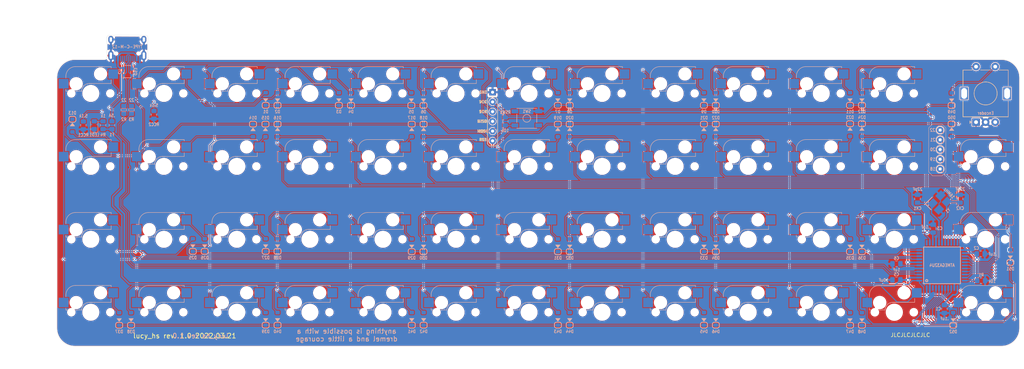
<source format=kicad_pcb>
(kicad_pcb (version 20211014) (generator pcbnew)
  (layers (0 "F.Cu" signal) (31 "B.Cu" signal) (34 "B.Paste" user) (35 "F.Paste" user) (36 "B.SilkS" user "B.Silkscreen") (37 "F.SilkS" user "F.Silkscreen") (38 "B.Mask" user) (39 "F.Mask" user) (44 "Edge.Cuts" user))
  (net 0 "")
  (net 1 "Net-(D1-Pad2)")
  (net 2 "Net-(D2-Pad2)")
  (net 3 "Net-(D3-Pad2)")
  (net 4 "Net-(D4-Pad2)")
  (net 5 "Net-(D5-Pad2)")
  (net 6 "Net-(D6-Pad2)")
  (net 7 "Net-(D7-Pad2)")
  (net 8 "Net-(D8-Pad2)")
  (net 9 "Net-(D9-Pad2)")
  (net 10 "Net-(D10-Pad2)")
  (net 11 "Net-(D11-Pad2)")
  (net 12 "Net-(D12-Pad2)")
  (net 13 "Net-(D13-Pad2)")
  (net 14 "Net-(D14-Pad2)")
  (net 15 "Net-(D15-Pad2)")
  (net 16 "Net-(D16-Pad2)")
  (net 17 "Net-(D17-Pad2)")
  (net 18 "Net-(D18-Pad2)")
  (net 19 "Net-(D19-Pad2)")
  (net 20 "Net-(D20-Pad2)")
  (net 21 "Net-(D21-Pad2)")
  (net 22 "Net-(D22-Pad2)")
  (net 23 "Net-(D23-Pad2)")
  (net 24 "Net-(D24-Pad2)")
  (net 25 "Net-(D25-Pad2)")
  (net 26 "Net-(D26-Pad2)")
  (net 27 "Net-(D27-Pad2)")
  (net 28 "Net-(D28-Pad2)")
  (net 29 "Net-(D29-Pad2)")
  (net 30 "Net-(D30-Pad2)")
  (net 31 "Net-(D31-Pad2)")
  (net 32 "Net-(D32-Pad2)")
  (net 33 "Net-(D33-Pad2)")
  (net 34 "Net-(D34-Pad2)")
  (net 35 "Net-(D35-Pad2)")
  (net 36 "Net-(D36-Pad2)")
  (net 37 "Net-(D37-Pad2)")
  (net 38 "Net-(D38-Pad2)")
  (net 39 "Net-(D39-Pad2)")
  (net 40 "Net-(D40-Pad2)")
  (net 41 "Net-(D41-Pad2)")
  (net 42 "Net-(D42-Pad2)")
  (net 43 "Net-(D43-Pad2)")
  (net 44 "Net-(D44-Pad2)")
  (net 45 "Net-(D45-Pad2)")
  (net 46 "Net-(D46-Pad2)")
  (net 47 "Net-(D47-Pad2)")
  (net 48 "Net-(D48-Pad2)")
  (net 49 "VCC")
  (net 50 "Net-(C6-Pad1)")
  (net 51 "XTAL1")
  (net 52 "XTAL2")
  (net 53 "row0")
  (net 54 "row1")
  (net 55 "row2")
  (net 56 "row3")
  (net 57 "D-")
  (net 58 "D+")
  (net 59 "col0")
  (net 60 "col1")
  (net 61 "col2")
  (net 62 "col3")
  (net 63 "col4")
  (net 64 "col5")
  (net 65 "col6")
  (net 66 "col7")
  (net 67 "col8")
  (net 68 "col9")
  (net 69 "col10")
  (net 70 "col11")
  (net 71 "Net-(R1-Pad2)")
  (net 72 "VBUS")
  (net 73 "Net-(J1-PadB5)")
  (net 74 "Net-(J1-PadA5)")
  (net 75 "ISP_Reset")
  (net 76 "Net-(D52-Pad2)")
  (net 77 "col12")
  (net 78 "GND")
  (net 79 "Net-(LED1-Pad2)")
  (net 80 "DBUS-")
  (net 81 "DBUS+")
  (net 82 "enc0a")
  (net 83 "enc0b")
  (net 84 "Net-(D49-Pad2)")
  (net 85 "Net-(D50-Pad2)")
  (net 86 "Net-(D51-Pad2)")
  (net 91 "Net-(J3-Pad1)")
  (net 92 "Net-(J4-Pad1)")
  (net 93 "Net-(J5-Pad1)")
  (net 94 "Net-(J6-Pad1)")
  (net 95 "Net-(J7-Pad1)")
  (footprint "MX_Only:MXOnly-1U-Hotswap" (layer "F.Cu") (at 124.990225 53.19395)
    (fp_text reference "K3")
    (fp_text value "KEYSW")
  )
  (footprint "MX_Only:MXOnly-1U-Hotswap" (layer "F.Cu") (at 201.190225 53.19395)
    (fp_text reference "K7")
    (fp_text value "KEYSW")
  )
  (footprint "MX_Only:MXOnly-1U-Hotswap" (layer "F.Cu") (at 182.140225 53.19395)
    (fp_text reference "K6")
    (fp_text value "KEYSW")
  )
  (footprint "MX_Only:MXOnly-1U-Hotswap" (layer "F.Cu") (at 163.090225 53.19395)
    (fp_text reference "K5")
    (fp_text value "KEYSW")
  )
  (footprint "MX_Only:MXOnly-1U-Hotswap" (layer "F.Cu") (at 86.890225 53.19395)
    (fp_text reference "K1")
    (fp_text value "KEYSW")
  )
  (footprint "MX_Only:MXOnly-1U-Hotswap" (layer "F.Cu") (at 220.240225 53.19395)
    (fp_text reference "K8")
    (fp_text value "KEYSW")
  )
  (footprint "MX_Only:MXOnly-1U-Hotswap" (layer "F.Cu") (at 239.290225 53.19395)
    (fp_text reference "K9")
    (fp_text value "KEYSW")
  )
  (footprint "MX_Only:MXOnly-1U-Hotswap" (layer "F.Cu") (at 86.890225 72.24395)
    (fp_text reference "K13")
    (fp_text value "KEYSW")
  )
  (footprint "MX_Only:MXOnly-1U-Hotswap" (layer "F.Cu") (at 105.940225 72.24395)
    (fp_text reference "K14")
    (fp_text value "KEYSW")
  )
  (footprint "MX_Only:MXOnly-1U-Hotswap" (layer "F.Cu") (at 144.045399 72.24395)
    (fp_text reference "K16")
    (fp_text value "KEYSW")
  )
  (footprint "MX_Only:MXOnly-1U-Hotswap" (layer "F.Cu") (at 277.390225 53.19395)
    (fp_text reference locked "K11")
    (fp_text value "KEYSW")
  )
  (footprint "MX_Only:MXOnly-1U-Hotswap" (layer "F.Cu") (at 163.090225 72.24395)
    (fp_text reference "K17")
    (fp_text value "KEYSW")
  )
  (footprint "MX_Only:MXOnly-1U-Hotswap" (layer "F.Cu") (at 182.140225 72.24395)
    (fp_text reference "K18")
    (fp_text value "KEYSW")
  )
  (footprint "MX_Only:MXOnly-1U-Hotswap" (layer "F.Cu") (at 201.190225 72.24395)
    (fp_text reference "K19")
    (fp_text value "KEYSW")
  )
  (footprint "MX_Only:MXOnly-1U-Hotswap" (layer "F.Cu") (at 105.940225 110.34395)
    (fp_text reference "K38")
    (fp_text value "KEYSW")
  )
  (footprint "MX_Only:MXOnly-1U-Hotswap" (layer "F.Cu") (at 124.990225 110.34395)
    (fp_text reference "K39")
    (fp_text value "KEYSW")
  )
  (footprint "MX_Only:MXOnly-1U-Hotswap" (layer "F.Cu") (at 144.040225 110.34395)
    (fp_text reference locked "K40")
    (fp_text value "KEYSW")
  )
  (footprint "MX_Only:MXOnly-1U-Hotswap" (layer "F.Cu") (at 163.090225 110.34395)
    (fp_text reference locked "K41")
    (fp_text value "KEYSW")
  )
  (footprint "MX_Only:MXOnly-1U-Hotswap" (layer "F.Cu") (at 182.140225 110.34395)
    (fp_text reference "K42")
    (fp_text value "KEYSW")
  )
  (footprint "MX_Only:MXOnly-1U-Hotswap" (layer "F.Cu") (at 220.240225 110.34395)
    (fp_text reference "K44")
    (fp_text value "KEYSW")
  )
  (footprint "MX_Only:MXOnly-1U-Hotswap" (layer "F.Cu") (at 239.290225 110.34395)
    (fp_text reference "K45")
    (fp_text value "KEYSW")
  )
  (footprint "MX_Only:MXOnly-1U-Hotswap" (layer "F.Cu") (at 258.340225 110.34395)
    (fp_text reference "K46")
    (fp_text value "KEYSW")
  )
  (footprint "MX_Only:MXOnly-1U-Hotswap" (layer "F.Cu") (at 277.390225 110.34395)
    (fp_text reference "K47")
    (fp_text value "KEYSW")
  )
  (footprint "MX_Only:MXOnly-1U-Hotswap" (layer "F.Cu") (at 201.190225 110.34395)
    (fp_text reference "K43")
    (fp_text value "KEYSW")
  )
  (footprint "MX_Only:MXOnly-1U-Hotswap" (layer "F.Cu") (at 277.390225 91.29395)
    (fp_text reference locked "K35")
    (fp_text value "KEYSW")
  )
  (footprint "MX_Only:MXOnly-1U-Hotswap" (layer "F.Cu") (at 258.340225 91.29395)
    (fp_text reference "K34")
    (fp_text value "KEYSW")
  )
  (footprint "MX_Only:MXOnly-1U-Hotswap" (layer "F.Cu") (at 220.240225 91.29395)
    (fp_text reference "K32")
    (fp_text value "KEYSW")
  )
  (footprint "MX_Only:MXOnly-1U-Hotswap" (layer "F.Cu") (at 182.140225 91.29395)
    (fp_text reference "K30")
    (fp_text value "KEYSW")
  )
  (footprint "MX_Only:MXOnly-1U-Hotswap" (layer "F.Cu") (at 144.040225 91.29395)
    (fp_text reference "K28")
    (fp_text value "KEYSW")
  )
  (footprint "MX_Only:MXOnly-1U-Hotswap" (layer "F.Cu") (at 86.890225 91.29395)
    (fp_text reference "K25")
    (fp_text value "KEYSW")
  )
  (footprint "MX_Only:MXOnly-1U-Hotswap" (layer "F.Cu") (at 163.090225 91.29395)
    (fp_text reference "K29")
    (fp_text value "KEYSW")
  )
  (footprint "MX_Only:MXOnly-1U-Hotswap" (layer "F.Cu") (at 296.440225 72.24395)
    (fp_text reference "K24")
    (fp_text value "KEYSW")
  )
  (footprint "MX_Only:MXOnly-1U-Hotswap" (layer "F.Cu") (at 124.990225 91.29395)
    (fp_text reference "K27")
    (fp_text value "KEYSW")
  )
  (footprint "MX_Only:MXOnly-1U-Hotswap" (layer "F.Cu") (at 105.940225 91.29395)
    (fp_text reference "K26")
    (fp_text value "KEYSW")
  )
  (footprint "MX_Only:MXOnly-1U-Hotswap" (layer "F.Cu") (at 258.340225 72.24395)
    (fp_text reference locked "K22")
    (fp_text value "KEYSW")
  )
  (footprint "MX_Only:MXOnly-1U-Hotswap" (layer "F.Cu") (at 239.290225 72.24395)
    (fp_text reference "K21")
    (fp_text value "KEYSW")
  )
  (footprint "MX_Only:MXOnly-1U-Hotswap" (layer "F.Cu") (at 277.390225 72.24395)
    (fp_text reference "K23")
    (fp_text value "KEYSW")
  )
  (footprint "MX_Only:MXOnly-1U-Hotswap" (layer "F.Cu") (at 296.440225 110.34395)
    (fp_text reference "K48")
    (fp_text value "KEYSW")
  )
  (footprint "MX_Only:MXOnly-1U-Hotswap" (layer "F.Cu") (at 296.440225 91.29395)
    (fp_text reference "K36")
    (fp_text value "KEYSW")
  )
  (footprint "MX_Only:MXOnly-1U-Hotswap" (layer "F.Cu") (at 296.440225 53.19395)
    (fp_text reference "K12")
    (fp_text value "KEYSW")
  )
  (footprint "Keebio-Parts:RotaryEncoder_EC11" (layer "F.Cu") (at 320.252725 53.19395 90)
    (fp_text reference "SW2")
    (fp_text value "Rotary_Encoder_Switch")
  )
  (footprint "MX_Only:MXOnly-1U-Hotswap" (layer "F.Cu") (at 105.940225 53.19395)
    (fp_text reference "K2")
    (fp_text value "KEYSW")
  )
  (footprint "MX_Only:MXOnly-1U-Hotswap" (layer "F.Cu") (at 144.040225 53.19395)
    (fp_text reference "K4")
    (fp_text value "KEYSW")
  )
  (footprint "MX_Only:MXOnly-1U-Hotswap" (layer "F.Cu") (at 320.252785 110.34423)
    (fp_text reference "K52")
    (fp_text value "KEYSW")
  )
  (footprint "MX_Only:MXOnly-1U-Hotswap" (layer "F.Cu") (at 320.252785 72.24407)
    (fp_text reference "K50")
    (fp_text value "KEYSW")
  )
  (footprint "MX_Only:MXOnly-1U-Hotswap" (layer "F.Cu") (at 320.252785 91.29415)
    (fp_text reference "K51")
    (fp_text value "KEYSW")
  )
  (footprint "MX_Only:MXOnly-1U-Hotswap" (layer "F.Cu") (at 201.190225 91.29395)
    (fp_text reference "K31")
    (fp_text value "KEYSW")
  )
  (footprint "MX_Only:MXOnly-1U-Hotswap" (layer "F.Cu") (at 239.290225 91.29395)
    (fp_text reference "K33")
    (fp_text value "KEYSW")
  )
  (footprint "MX_Only:MXOnly-1U-Hotswap" (layer "F.Cu") (at 86.890225 110.34395)
    (fp_text reference "K37")
    (fp_text value "KEYSW")
  )
  (footprint "MX_Only:MXOnly-1U-Hotswap" (layer "F.Cu") (at 258.340225 53.19395)
    (fp_text reference "K10")
    (fp_text value "KEYSW")
  )
  (footprint "MX_Only:MXOnly-1U-Hotswap" (layer "F.Cu") (at 124.990225 72.24395)
    (fp_text reference "K15")
    (fp_text value "KEYSW")
  )
  (footprint "MX_Only:MXOnly-1U-Hotswap" (layer "F.Cu") (at 220.240225 72.24395)
    (fp_text reference "K20")
    (fp_text value "KEYSW")
  )
  (footprint "Capacitor_SMD:C_0805_2012Metric_Pad1.18x1.45mm_HandSolder" (layer "B.Cu") (at 309.490225 109.49395 -90)
    (fp_text reference "C1")
    (fp_text value ".1uF")
  )
  (footprint "Keeb_footprints:D_SOD-123_modified" (layer "B.Cu") (at 116.590225 92.79395 90)
    (fp_text reference "D26")
    (fp_text value "D")
  )
  (footprint "Keeb_footprints:D_SOD-123_modified" (layer "B.Cu") (at 208.681415 62.85625 -90)
    (fp_text reference "D19")
    (fp_text value "D")
  )
  (footprint "Keeb_footprints:D_SOD-123_modified" (layer "B.Cu") (at 170.581415 62.85625 -90)
    (fp_text reference "D17")
    (fp_text value "D")
  )
  (footprint "Keeb_footprints:D_SOD-123_modified" (layer "B.Cu") (at 135.581415 62.85625 -90)
    (fp_text reference "D16")
    (fp_text value "D")
  )
  (footprint "Keeb_footprints:D_SOD-123_modified" (layer "B.Cu") (at 129.190625 62.85625 -90)
    (fp_text reference "D14")
    (fp_text value "D")
  )
  (footprint "Keeb_footprints:D_SOD-123_modified" (layer "B.Cu") (at 284.890625 54.65625 90)
    (fp_text reference "D11")
    (fp_text value "D")
  )
  (footprint "Keeb_footprints:D_SOD-123_modified" (layer "B.Cu") (at 249.881415 54.65625 90)
    (fp_text reference "D10")
    (fp_text value "D")
  )
  (footprint "Keeb_footprints:D_SOD-123_modified" (layer "B.Cu") (at 211.781415 54.65625 90)
    (fp_text reference "D8")
    (fp_text value "D")
  )
  (footprint "Keeb_footprints:D_SOD-123_modified" (layer "B.Cu") (at 208.681415 54.65625 90)
    (fp_text reference "D7")
    (fp_text value "D")
  )
  (footprint "Keeb_footprints:D_SOD-123_modified" (layer "B.Cu") (at 173.651789 54.683377 90)
    (fp_text reference "D6")
    (fp_text value "D")
  )
  (footprint "Keeb_footprints:D_SOD-123_modified" (layer "B.Cu") (at 170.476789 54.683377 90)
    (fp_text reference "D5")
    (fp_text value "D")
  )
  (footprint "Keeb_footprints:D_SOD-123_modified" (layer "B.Cu") (at 154.751789 54.65625 90)
    (fp_text reference "D4")
    (fp_text value "D")
  )
  (footprint "Keeb_footprints:D_SOD-123_modified" (layer "B.Cu") (at 287.990625 112.1 90)
    (fp_text reference "D48")
    (fp_text value "D")
  )
  (footprint "Keeb_footprints:D_SOD-123_modified" (layer "B.Cu") (at 284.890625 112.1 90)
    (fp_text reference "D47")
    (fp_text value "D")
  )
  (footprint "Keeb_footprints:D_SOD-123_modified" (layer "B.Cu") (at 249.890625 112.063123 90)
    (fp_text reference "D46")
    (fp_text value "D")
  )
  (footprint "Keeb_footprints:D_SOD-123_modified" (layer "B.Cu") (at 246.790625 112.05625 90)
    (fp_text reference "D45")
    (fp_text value "D")
  )
  (footprint "Keeb_footprints:D_SOD-123_modified" (layer "B.Cu") (at 211.783999 112.05625 90)
    (fp_text reference "D44")
    (fp_text value "D")
  )
  (footprint "Keeb_footprints:D_SOD-123_modified" (layer "B.Cu") (at 208.7 112.05625 90)
    (fp_text reference "D43")
    (fp_text value "D")
  )
  (footprint "Keeb_footprints:D_SOD-123_modified" (layer "B.Cu") (at 211.790625 92.85625 90)
    (fp_text reference "D32")
    (fp_text value "D")
  )
  (footprint "Keeb_footprints:D_SOD-123_modified" (layer "B.Cu") (at 284.890625 62.75625 -90)
    (fp_text reference "D23")
    (fp_text value "D")
  )
  (footprint "Keeb_footprints:D_SOD-123_modified" (layer "B.Cu") (at 208.690625 92.85625 90)
    (fp_text reference "D31")
    (fp_text value "D")
  )
  (footprint "Keeb_footprints:D_SOD-123_modified" (layer "B.Cu") (at 170.585999 92.85625 90)
    (fp_text reference "D29")
    (fp_text value "D")
  )
  (footprint "Keeb_footprints:D_SOD-123_modified" (layer "B.Cu") (at 132.490225 92.79395 90)
    (fp_text reference "D27")
    (fp_text value "D")
  )
  (footprint "Keeb_footprints:D_SOD-123_modified" (layer "B.Cu") (at 287.990625 62.75625 -90)
    (fp_text reference "D24")
    (fp_text value "D")
  )
  (footprint "Keeb_footprints:D_SOD-123_modified" (layer "B.Cu") (at 284.890625 92.85625 90)
    (fp_text reference "D35")
    (fp_text value "D")
  )
  (footprint "Keeb_footprints:D_SOD-123_modified" (layer "B.Cu") (at 249.890625 92.85625 90)
    (fp_text reference "D34")
    (fp_text value "D")
  )
  (footprint "Keeb_footprints:D_SOD-123_modified" (layer "B.Cu") (at 246.790625 92.85625 90)
    (fp_text reference "D33")
    (fp_text value "D")
  )
  (footprint "Keeb_footprints:D_SOD-123_modified" (layer "B.Cu") (at 173.690625 112.05625 90)
    (fp_text reference "D42")
    (fp_text value "D")
  )
  (footprint "Keeb_footprints:D_SOD-123_modified" (layer "B.Cu") (at 151.576789 54.65625 90)
    (fp_text reference "D3")
    (fp_text value "D")
  )
  (footprint "Keeb_footprints:D_SOD-123_modified" (layer "B.Cu") (at 211.781415 62.85625 -90)
    (fp_text reference "D20")
    (fp_text value "D")
  )
  (footprint "Keeb_footprints:ICSP-Header_small_pins" (layer "B.Cu") (at 191.665313 52.876454 180)
    (fp_text reference "J2" hide)
    (fp_text value "AVR-ISP-6_mod")
  )
  (footprint "Keeb_footprints:D_SOD-123_modified" (layer "B.Cu") (at 287.990625 54.65625 90)
    (fp_text reference "D12")
    (fp_text value "D")
  )
  (footprint "Keeb_footprints:D_SOD-123_modified" (layer "B.Cu") (at 311.790625 112.1 90)
    (fp_text reference "D52")
    (fp_text value "D")
  )
  (footprint "Keeb_footprints:D_SOD-123_modified" (layer "B.Cu") (at 311.390625 62.8 -90)
    (fp_text reference "D50")
    (fp_text value "D")
  )
  (footprint "Keeb_footprints:D_SOD-123_modified" (layer "B.Cu") (at 326.690225 95.69395 90)
    (fp_text reference "D51")
    (fp_text value "D")
  )
  (footprint "random-keyboard-parts:SKQG-1155865" (layer "B.Cu") (at 200.590225 59.69395)
    (fp_text reference "SW1")
    (fp_text value "SW_PUSH")
  )
  (footprint "Keebio-Parts:ATMEGA32U4-AU" (layer "B.Cu") (at 308.890225 98.09395)
    (fp_text reference "U1")
    (fp_text value "ATMEGA32U4")
  )
  (footprint "Capacitor_SMD:C_0805_2012Metric_Pad1.18x1.45mm_HandSolder" (layer "B.Cu") (at 306.590225 88.49395 90)
    (fp_text reference "C3")
    (fp_text value ".1uF")
  )
  (footprint "Capacitor_SMD:C_0805_2012Metric_Pad1.18x1.45mm_HandSolder" (layer "B.Cu") (at 313.590225 80.69395 90)
    (fp_text reference "CX2")
    (fp_text value "22pF")
  )
  (footprint "Capacitor_SMD:C_0805_2012Metric_Pad1.18x1.45mm_HandSolder" (layer "B.Cu") (at 302.490225 80.69395 90)
    (fp_text reference "CX1")
    (fp_text value "22pF")
  )
  (footprint "Crystal:Crystal_SMD_3225-4Pin_3.2x2.5mm_HandSoldering" (layer "B.Cu") (at 308.290225 81.69395 45)
    (fp_text reference "Y1")
    (fp_text value "16MHz")
  )
  (footprint "Fuse:Fuse_0805_2012Metric_Pad1.15x1.40mm_HandSolder" (layer "B.Cu") (at 92.390225 61.49395 90)
    (fp_text reference "F1")
    (fp_text value ".5A")
  )
  (footprint "Keeb_footprints:TYPE-C-31-M-12" (layer "B.Cu") (at 96.415217 44.81645)
    (fp_text reference "J1")
    (fp_text value "TYPE-C-31-M12_13")
  )
  (footprint "Resistor_SMD:R_0805_2012Metric_Pad1.15x1.40mm_HandSolder" (layer "B.Cu") (at 97.490625 57.49395 90)
    (fp_text reference "R3")
    (fp_text value "22")
  )
  (footprint "Resistor_SMD:R_0805_2012Metric_Pad1.15x1.40mm_HandSolder" (layer "B.Cu") (at 84.940225 61.54395 90)
    (fp_text reference "RCC1")
    (fp_text value "5.1k")
  )
  (footprint "Resistor_SMD:R_0805_2012Metric_Pad1.15x1.40mm_HandSolder" (layer "B.Cu") (at 90.090225 61.49395 -90)
    (fp_text reference "R4")
    (fp_text value "1k")
  )
  (footprint "LED_SMD:LED_0805_2012Metric_Pad1.15x1.40mm_HandSolder" (layer "B.Cu") (at 87.790225 61.49395 90)
    (fp_text reference "LED1")
    (fp_text value "LED")
  )
  (footprint "Keeb_footprints:D_SOD-123_modified" (layer "B.Cu") (at 135.590625 112.05625 90)
    (fp_text reference "D40")
    (fp_text value "D")
  )
  (footprint "Keeb_footprints:D_SOD-123_modified" (layer "B.Cu") (at 132.490625 112.063123 90)
    (fp_text reference "D39")
    (fp_text value "D")
  )
  (footprint "Capacitor_SMD:C_0805_2012Metric_Pad1.18x1.45mm_HandSolder" (layer "B.Cu") (at 318.990225 95.09395)
    (fp_text reference "C2")
    (fp_text value ".1uF")
  )
  (footprint "Resistor_SMD:R_0805_2012Metric_Pad1.15x1.40mm_HandSolder" (layer "B.Cu") (at 95.490625 57.49395 90)
    (fp_text reference "R2")
    (fp_text value "22")
  )
  (footprint "Capacitor_SMD:C_0805_2012Metric_Pad1.18x1.45mm_HandSolder" (layer "B.Cu") (at 296.990225 101.89395 180)
    (fp_text reference "C5")
    (fp_text value "10uF")
  )
  (footprint "Capacitor_SMD:C_0805_2012Metric_Pad1.18x1.45mm_HandSolder" (layer "B.Cu") (at 296.990225 97.69395 180)
    (fp_text reference "C6")
    (fp_text value "1uF")
  )
  (footprint "Resistor_SMD:R_0805_2012Metric_Pad1.15x1.40mm_HandSolder" (layer "B.Cu") (at 319.090225 102.09395 180)
    (fp_text reference "R1")
    (fp_text value "10k")
  )
  (footprint "Keeb_footprints:D_SOD-123_modified" (layer "B.Cu") (at 82.090225 61.59395 -90)
    (fp_text reference "D13")
    (fp_text value "D")
  )
  (footprint "Keeb_footprints:D_SOD-123_modified" (layer "B.Cu") (at 94.290225 112.09395 90)
    (fp_text reference "D37")
    (fp_text value "D")
  )
  (footprint "Keeb_footprints:D_SOD-123_modified" (layer "B.Cu") (at 97.390225 112.09395 90)
    (fp_text reference "D38")
    (fp_text value "D")
  )
  (footprint "Keeb_footprints:D_SOD-123_modified" (layer "B.Cu") (at 170.590625 112.05625 90)
    (fp_text reference "D41")
    (fp_text value "D")
  )
  (footprint "Keeb_footprints:D_SOD-123_modified" (layer "B.Cu") (at 135.590225 92.79395 90)
    (fp_text reference "D28")
    (fp_text value "D")
  )
  (footprint "Keeb_footprints:D_SOD-123_modified" (layer "B.Cu") (at 173.65 92.85625 90)
    (fp_text reference "D30")
    (fp_text value "D")
  )
  (footprint "Keeb_footprints:D_SOD-123_modified" (layer "B.Cu") (at 287.990625 92.85625 90)
    (fp_text reference "D36")
    (fp_text value "D")
  )
  (footprint "Keeb_footprints:D_SOD-123_modified" (layer "B.Cu") (at 113.490225 92.79395 90)
    (fp_text reference "D25")
    (fp_text value "D")
  )
  (footprint "Keeb_footprints:D_SOD-123_modified" (layer "B.Cu") (at 135.581415 54.65625 90)
    (fp_text reference "D2")
    (fp_text value "D")
  )
  (footprint "Keeb_footprints:D_SOD-123_modified" (layer "B.Cu") (at 311.390625 54.7 90)
    (fp_text reference "D49")
    (fp_text value "D")
  )
  (footprint "Keeb_footprints:D_SOD-123_modified" (layer "B.Cu") (at 246.781415 54.65625 90)
    (fp_text reference "D9")
    (fp_text value "D")
  )
  (footprint "Keeb_footprints:D_SOD-123_modified" (layer "B.Cu") (at 132.490625 54.64995 90)
    (fp_text reference "D1")
    (fp_text value "D")
  )
  (footprint "Resistor_SMD:R_0805_2012Metric_Pad1.15x1.40mm_HandSolder" (layer "B.Cu") (at 194.990225 60.49395 90)
    (fp_text reference "RSW1")
    (fp_text value "10k")
  )
  (footprint "Keeb_footprints:D_SOD-123_modified" (layer "B.Cu") (at 249.881415 62.85625 -90)
    (fp_text reference "D22")
    (fp_text value "D")
  )
  (footprint "Keeb_footprints:D_SOD-123_modified" (layer "B.Cu") (at 246.781415 62.85625 -90)
    (fp_text reference "D21")
    (fp_text value "D")
  )
  (footprint "Keeb_footprints:D_SOD-123_modified" (layer "B.Cu") (at 173.681415 62.85625 -90)
    (fp_text reference "D18")
    (fp_text value "D")
  )
  (footprint "Keeb_footprints:D_SOD-123_modified" (layer "B.Cu") (at 132.431415 62.85625 -90)
    (fp_text reference "D15")
    (fp_text value "D")
  )
  (footprint "Resistor_SMD:R_0805_2012Metric_Pad1.15x1.40mm_HandSolder" (layer "B.Cu") (at 103.340225 58.79395 90)
    (fp_text reference "RCC2")
    (fp_text value "5.1k")
  )
  (footprint "Keebio-Parts:SOT-143B" (layer "B.Cu") (at 96.490625 47.49395 -90)
    (fp_text reference "U2")
    (fp_text value "PRTR5V0U2X" hide)
  )
  (footprint "TestPoint:TestPoint_Keystone_5000-5004_Miniature" (layer "B.Cu") (at 308.390225 67.84395 180)
    (fp_text reference "J5")
    (fp_text value "Conn_01x01")
  )
  (footprint "TestPoint:TestPoint_Keystone_5000-5004_Miniature" (layer "B.Cu") (at 308.390225 70.38395 180)
    (fp_text reference "J4")
    (fp_text value "Conn_01x01")
  )
  (footprint "TestPoint:TestPoint_Keystone_5000-5004_Miniature" (layer "B.Cu") (at 308.390225 72.92395 180)
    (fp_text reference "J3")
    (fp_text value "Conn_01x01")
  )
  (footprint "TestPoint:TestPoint_Keystone_5000-5004_Miniature" (layer "B.Cu") (at 308.390225 65.30395 180)
    (fp_text reference "J6")
    (fp_text value "Conn_01x01")
  )
  (footprint "TestPoint:TestPoint_Keystone_5000-5004_Miniature" (layer "B.Cu") (at 308.390225 62.76395 180)
    (fp_text reference "J7")
    (fp_text value "Conn_01x01")
  )
  (gr_line (start 305.390225 73.69395) (end 306.390225 74.69395) (layer "B.SilkS") (width 0.1))
  (gr_line (start 309.890225 62.19395) (end 308.890225 61.19395) (layer "B.SilkS") (width 0.1))
  (gr_line (start 306.390225 74.69395) (end 308.890225 74.69395) (layer "B.SilkS") (width 0.1))
  (gr_line (start 305.390225 62.19395) (end 305.390225 73.69395) (layer "B.SilkS") (width 0.1))
  (gr_line (start 309.890225 73.69395) (end 309.890225 62.19395) (layer "B.SilkS") (width 0.1))
  (gr_line (start 305.390225 62.19395) (end 306.390225 61.19395) (layer "B.SilkS") (width 0.1))
  (gr_line (start 309.890225 73.69395) (end 308.890225 74.69395) (layer "B.SilkS") (width 0.1))
  (gr_line (start 308.890225 61.19395) (end 306.390225 61.19395) (layer "B.SilkS") (width 0.1))
  (gr_line (start 91.057416 43.668942) (end 91.057416 38.608805) (layer "Edge.Cuts") (width 0.05))
  (gr_arc (start 324.420112 44.264255) (mid 327.787711 45.65916) (end 329.182616 49.026759) (layer "Edge.Cuts") (width 0.05))
  (gr_arc (start 329.182616 114.511189) (mid 327.787711 117.878788) (end 324.420112 119.273693) (layer "Edge.Cuts") (width 0.05))
  (gr_arc (start 77.96053 49.026759) (mid 79.355435 45.65916) (end 82.723034 44.264255) (layer "Edge.Cuts") (width 0.05))
  (gr_line (start 329.182616 49.026759) (end 329.182616 114.511189) (layer "Edge.Cuts") (width 0.05))
  (gr_line (start 324.420112 119.273693) (end 82.723034 119.273693) (layer "Edge.Cuts") (width 0.05))
  (gr_arc (start 82.723034 119.273693) (mid 79.355435 117.878788) (end 77.96053 114.511189) (layer "Edge.Cuts") (width 0.05))
  (gr_arc (start 102.368363 44.26427) (mid 101.947414 44.089907) (end 101.773051 43.668958) (layer "Edge.Cuts") (width 0.05))
  (gr_line (start 324.420112 44.264255) (end 102.368363 44.26427) (layer "Edge.Cuts") (width 0.05))
  (gr_line (start 91.652729 38.013494) (end 101.177738 38.013494) (layer "Edge.Cuts") (width 0.05))
  (gr_line (start 77.96053 114.511189) (end 77.96053 49.026759) (layer "Edge.Cuts") (width 0.05))
  (gr_line (start 101.77305 38.608806) (end 101.77305 43.668958) (layer "Edge.Cuts") (width 0.05))
  (gr_arc (start 101.177738 38.013494) (mid 101.598687 38.187857) (end 101.77305 38.608806) (layer "Edge.Cuts") (width 0.05))
  (gr_arc (start 91.057416 38.608806) (mid 91.231779 38.187857) (end 91.652728 38.013494) (layer "Edge.Cuts") (width 0.05))
  (gr_arc (start 91.057416 43.668943) (mid 90.883053 44.089892) (end 90.462104 44.264255) (layer "Edge.Cuts") (width 0.05))
  (gr_line (start 82.723034 44.264255) (end 90.462104 44.264255) (layer "Edge.Cuts") (width 0.05))
  (gr_text "16MHz" (at 310.740225 79.24395 315) (layer "B.SilkS") (effects (font (size 0.8 0.7)) (justify mirror)))
  (gr_text "Encoder" (at 320.27947 58.34087) (layer "B.SilkS") (effects (font (size 0.8 0.7)) (justify mirror)))
  (gr_text "lucy_hs rev 1.0" (at 115.48288 116.5) (layer "B.SilkS") (effects (font (size 1.25 1.25) (thickness 0.2)) (justify mirror)))
  (gr_text "anything is possible with a\ndremel and a little courage" (at 153.590225 116.29395) (layer "B.SilkS") (effects (font (size 1.25 1.25) (thickness 0.2)) (justify mirror)))
  (gr_text "JLCJLCJLCJLC" (at 300.632625 116.284314) (layer "F.SilkS") (effects (font (size 1 1))))
  (gr_text "lucy_hs rev. 1.0 2022.03.21" (at 111.38288 116.5) (layer "F.SilkS") (effects (font (size 1.25 1.25) (thickness 0.2))))
  (segment (start 91.735725 56.89395) (end 92.335725 57.49395) (width 0.25) (layer "F.Cu") (net 1))
  (segment (start 114.090225 56.09395) (end 115.149994 55.034181) (width 0.25) (layer "F.Cu") (net 1))
  (segment (start 115.149994 55.034181) (end 116.449994 55.034181) (width 0.25) (layer "F.Cu") (net 1))
  (segment (start 92.335725 57.49395) (end 99.090225 57.49395) (width 0.25) (layer "F.Cu") (net 1))
  (segment (start 99.090225 57.49395) (end 100.490225 56.09395) (width 0.25) (layer "F.Cu") (net 1))
  (segment (start 100.490225 56.09395) (end 114.090225 56.09395) (width 0.25) (layer "F.Cu") (net 1))
  (via (at 116.449994 55.034181) (size 0.65) (drill 0.35) (layers "F.Cu" "B.Cu") (net 1))
  (via (at 91.735725 56.89395) (size 0.65) (drill 0.35) (layers "F.Cu" "B.Cu") (net 1))
  (segment (start 92.732225 48.11395) (end 92.732225 50.73595) (width 0.25) (layer "B.Cu") (net 1))
  (segment (start 94.090225 54.53945) (end 91.735725 56.89395) (width 0.25) (layer "B.Cu") (net 1))
  (segment (start 129.369327 55.89395) (end 132.263328 52.99995) (width 0.25) (layer "B.Cu") (net 1))
  (segment (start 129.369327 55.89395) (end 117.309763 55.89395) (width 0.25) (layer "B.Cu") (net 1))
  (segment (start 117.309763 55.89395) (end 116.449994 55.034181) (width 0.25) (layer "B.Cu") (net 1))
  (segment (start 92.732225 50.73595) (end 94.090225 52.09395) (width 0.25) (layer "B.Cu") (net 1))
  (segment (start 94.090225 52.09395) (end 94.090225 54.53945) (width 0.25) (layer "B.Cu") (net 1))
  (segment (start 132.263328 52.99995) (end 132.490625 52.99995) (width 0.25) (layer "B.Cu") (net 1))
  (segment (start 131.3 54.5) (end 134.087665 54.5) (width 0.25) (layer "B.Cu") (net 2))
  (segment (start 134.087665 54.5) (end 135.581415 53.00625) (width 0.25) (layer "B.Cu") (net 2))
  (segment (start 129.526529 56.27347) (end 131.3 54.5) (width 0.25) (layer "B.Cu") (net 2))
  (segment (start 118.760705 56.27347) (end 129.526529 56.27347) (width 0.25) (layer "B.Cu") (net 2))
  (segment (start 116.869745 56.27347) (end 111.782225 51.18595) (width 0.25) (layer "B.Cu") (net 2))
  (segment (start 111.782225 51.18595) (end 111.782225 48.11395) (width 0.25) (layer "B.Cu") (net 2))
  (segment (start 118.760705 56.27347) (end 116.869745 56.27347) (width 0.25) (layer "B.Cu") (net 2))
  (segment (start 140.83577 46.23577) (end 145.4 50.8) (width 0.25) (layer "B.Cu") (net 3))
  (segment (start 130.832225 48.11395) (end 132.710405 46.23577) (width 0.25) (layer "B.Cu") (net 3))
  (segment (start 132.710405 46.23577) (end 140.83577 46.23577) (width 0.25) (layer "B.Cu") (net 3))
  (segment (start 145.4 50.8) (end 149.370539 50.8) (width 0.25) (layer "B.Cu") (net 3))
  (segment (start 149.370539 50.8) (end 151.576789 53.00625) (width 0.25) (layer "B.Cu") (net 3))
  (segment (start 154.751789 52.983514) (end 149.882225 48.11395) (width 0.25) (layer "B.Cu") (net 4))
  (segment (start 154.751789 53.00625) (end 154.751789 52.983514) (width 0.25) (layer "B.Cu") (net 4))
  (segment (start 168.932225 51.488813) (end 168.932225 48.11395) (width 0.25) (layer "B.Cu") (net 5))
  (segment (start 170.476789 53.033377) (end 168.932225 51.488813) (width 0.25) (layer "B.Cu") (net 5))
  (segment (start 172.86423 46.23577) (end 172.3 46.8) (width 0.25) (layer "B.Cu") (net 6))
  (segment (start 186.104045 46.23577) (end 172.86423 46.23577) (width 0.25) (layer "B.Cu") (net 6))
  (segment (start 172.3 46.8) (end 172.3 51.681588) (width 0.25) (layer "B.Cu") (net 6))
  (segment (start 187.982225 48.11395) (end 186.104045 46.23577) (width 0.25) (layer "B.Cu") (net 6))
  (segment (start 172.3 51.681588) (end 173.651789 53.033377) (width 0.25) (layer "B.Cu") (net 6))
  (segment (start 207.032225 48.11395) (end 207.032225 51.35706) (width 0.25) (layer "B.Cu") (net 7))
  (segment (start 207.032225 51.35706) (end 208.681415 53.00625) (width 0.25) (layer "B.Cu") (net 7))
  (segment (start 226.082225 48.11395) (end 224.207704 46.239429) (width 0.25) (layer "B.Cu") (net 8))
  (segment (start 224.207704 46.239429) (end 211.544746 46.239429) (width 0.25) (layer "B.Cu") (net 8))
  (segment (start 211.544746 46.239429) (end 210.8 46.984175) (width 0.25) (layer "B.Cu") (net 8))
  (segment (start 210.8 52.024835) (end 211.781415 53.00625) (width 0.25) (layer "B.Cu") (net 8))
  (segment (start 210.8 46.984175) (end 210.8 52.024835) (width 0.25) (layer "B.Cu") (net 8))
  (segment (start 245.132225 51.35706) (end 246.781415 53.00625) (width 0.25) (layer "B.Cu") (net 9))
  (segment (start 245.132225 48.11395) (end 245.132225 51.35706) (width 0.25) (layer "B.Cu") (net 9))
  (segment (start 248.8 47.203725) (end 248.8 51.924835) (width 0.25) (layer "B.Cu") (net 10))
  (segment (start 248.8 51.924835) (end 249.881415 53.00625) (width 0.25) (layer "B.Cu") (net 10))
  (segment (start 262.307704 46.239429) (end 249.764296 46.239429) (width 0.25) (layer "B.Cu") (net 10))
  (segment (start 249.764296 46.239429) (end 248.8 47.203725) (width 0.25) (layer "B.Cu") (net 10))
  (segment (start 264.182225 48.11395) (end 262.307704 46.239429) (width 0.25) (layer "B.Cu") (net 10))
  (segment (start 284.890625 53.00625) (end 283.232225 51.34785) (width 0.25) (layer "B.Cu") (net 11))
  (segment (start 283.232225 51.34785) (end 283.232225 48.11395) (width 0.25) (layer "B.Cu") (net 11))
  (segment (start 302.282225 48.11395) (end 300.407704 46.239429) (width 0.25) (layer "B.Cu") (net 12))
  (segment (start 286.890625 51.90625) (end 287.990625 53.00625) (width 0.25) (layer "B.Cu") (net 12))
  (segment (start 300.407704 46.239429) (end 287.707446 46.239429) (width 0.25) (layer "B.Cu") (net 12))
  (segment (start 287.707446 46.239429) (end 286.890625 47.05625) (width 0.25) (layer "B.Cu") (net 12))
  (segment (start 286.890625 47.05625) (end 286.890625 51.90625) (width 0.25) (layer "B.Cu") (net 12))
  (segment (start 90.715225 64.41895) (end 83.265225 64.41895) (width 0.25) (layer "B.Cu") (net 13))
  (segment (start 83.265225 64.41895) (end 82.090225 63.24395) (width 0.25) (layer "B.Cu") (net 13))
  (segment (start 92.732225 66.43595) (end 90.715225 64.41895) (width 0.25) (layer "B.Cu") (net 13))
  (segment (start 92.732225 67.16395) (end 92.732225 66.43595) (width 0.25) (layer "B.Cu") (net 13))
  (segment (start 129.190625 64.50625) (end 114.439925 64.50625) (width 0.25) (layer "B.Cu") (net 14))
  (segment (start 114.439925 64.50625) (end 111.782225 67.16395) (width 0.25) (layer "B.Cu") (net 14))
  (segment (start 130.832225 66.10544) (end 130.832225 67.16395) (width 0.25) (layer "B.Cu") (net 15))
  (segment (start 132.431415 64.50625) (end 130.832225 66.10544) (width 0.25) (layer "B.Cu") (net 15))
  (segment (start 135.581415 64.50625) (end 147.229699 64.50625) (width 0.25) (layer "B.Cu") (net 16))
  (segment (start 147.229699 64.50625) (end 149.887399 67.16395) (width 0.25) (layer "B.Cu") (net 16))
  (segment (start 168.932225 66.15544) (end 168.932225 67.16395) (width 0.25) (layer "B.Cu") (net 17))
  (segment (start 170.581415 64.50625) (end 168.932225 66.15544) (width 0.25) (layer "B.Cu") (net 17))
  (segment (start 185.324525 64.50625) (end 187.982225 67.16395) (width 0.25) (layer "B.Cu") (net 18))
  (segment (start 173.681415 64.50625) (end 185.324525 64.50625) (width 0.25) (layer "B.Cu") (net 18))
  (segment (start 208.681415 65.51476) (end 207.032225 67.16395) (width 0.25) (layer "B.Cu") (net 19))
  (segment (start 208.681415 64.50625) (end 208.681415 65.51476) (width 0.25) (layer "B.Cu") (net 19))
  (segment (start 223.424525 64.50625) (end 226.082225 67.16395) (width 0.25) (layer "B.Cu") (net 20))
  (segment (start 211.781415 64.50625) (end 223.424525 64.50625) (width 0.25) (layer "B.Cu") (net 20))
  (segment (start 246.781415 64.50625) (end 246.781415 65.51476) (width 0.25) (layer "B.Cu") (net 21))
  (segment (start 246.781415 65.51476) (end 245.132225 67.16395) (width 0.25) (layer "B.Cu") (net 21))
  (segment (start 261.524525 64.50625) (end 264.182225 67.16395) (width 0.25) (layer "B.Cu") (net 22))
  (segment (start 249.881415 64.50625) (end 261.524525 64.50625) (width 0.25) (layer "B.Cu") (net 22))
  (segment (start 284.890625 65.50555) (end 283.232225 67.16395) (width 0.25) (layer "B.Cu") (net 23))
  (segment (start 284.890625 64.40625) (end 284.890625 65.50555) (width 0.25) (layer "B.Cu") (net 23))
  (segment (start 299.524525 64.40625) (end 302.282225 67.16395) (width 0.25) (layer "B.Cu") (net 24))
  (segment (start 287.990625 64.40625) (end 299.524525 64.40625) (width 0.25) (layer "B.Cu") (net 24))
  (segment (start 98.590225 94.49395) (end 93.790225 94.49395) (width 0.25) (layer "F.Cu") (net 25))
  (via (at 98.590225 94.49395) (size 0.65) (drill 0.35) (layers "F.Cu" "B.Cu") (net 25))
  (via (at 93.790225 94.49395) (size 0.65) (drill 0.35) (layers "F.Cu" "B.Cu") (net 25))
  (segment (start 94.535705 88.01743) (end 94.535705 93.74847) (width 0.25) (layer "B.Cu") (net 25))
  (segment (start 98.590225 94.49395) (end 100.609778 94.49395) (width 0.25) (layer "B.Cu") (net 25))
  (segment (start 94.535705 93.74847) (end 93.790225 94.49395) (width 0.25) (layer "B.Cu") (net 25))
  (segment (start 109.190225 95.44395) (end 113.490225 91.14395) (width 0.25) (layer "B.Cu") (net 25))
  (segment (start 101.559778 95.44395) (end 109.190225 95.44395) (width 0.25) (layer "B.Cu") (net 25))
  (segment (start 92.732225 86.21395) (end 94.535705 88.01743) (width 0.25) (layer "B.Cu") (net 25))
  (segment (start 100.609778 94.49395) (end 101.559778 95.44395) (width 0.25) (layer "B.Cu") (net 25))
  (segment (start 111.782225 86.21395) (end 111.782225 86.33595) (width 0.25) (layer "B.Cu") (net 26))
  (segment (start 111.782225 86.33595) (end 116.590225 91.14395) (width 0.25) (layer "B.Cu") (net 26))
  (segment (start 130.832225 86.21395) (end 130.832225 89.48595) (width 0.25) (layer "B.Cu") (net 27))
  (segment (start 130.832225 89.48595) (end 132.490225 91.14395) (width 0.25) (layer "B.Cu") (net 27))
  (segment (start 133.590625 85.49435) (end 133.590625 89.14435) (width 0.25) (layer "B.Cu") (net 28))
  (segment (start 148.007704 84.339429) (end 134.745546 84.339429) (width 0.25) (layer "B.Cu") (net 28))
  (segment (start 133.590625 89.14435) (end 135.590225 91.14395) (width 0.25) (layer "B.Cu") (net 28))
  (segment (start 149.882225 86.21395) (end 148.007704 84.339429) (width 0.25) (layer "B.Cu") (net 28))
  (segment (start 134.745546 84.339429) (end 133.590625 85.49435) (width 0.25) (layer "B.Cu") (net 28))
  (segment (start 170.585999 91.20625) (end 168.932225 89.552476) (width 0.25) (layer "B.Cu") (net 29))
  (segment (start 168.932225 89.552476) (end 168.932225 86.21395) (width 0.25) (layer "B.Cu") (net 29))
  (segment (start 187.982225 86.21395) (end 186.107704 84.339429) (width 0.25) (layer "B.Cu") (net 30))
  (segment (start 172.6 85.527322) (end 172.6 90.15625) (width 0.25) (layer "B.Cu") (net 30))
  (segment (start 186.107704 84.339429) (end 173.787893 84.339429) (width 0.25) (layer "B.Cu") (net 30))
  (segment (start 173.787893 84.339429) (end 172.6 85.527322) (width 0.25) (layer "B.Cu") (net 30))
  (segment (start 172.6 90.15625) (end 173.65 91.20625) (width 0.25) (layer "B.Cu") (net 30))
  (segment (start 207.032225 89.54785) (end 208.690625 91.20625) (width 0.25) (layer "B.Cu") (net 31))
  (segment (start 207.032225 86.21395) (end 207.032225 89.54785) (width 0.25) (layer "B.Cu") (net 31))
  (segment (start 210.7 85.527322) (end 210.7 90.115625) (width 0.25) (layer "B.Cu") (net 32))
  (segment (start 224.207704 84.339429) (end 211.887893 84.339429) (width 0.25) (layer "B.Cu") (net 32))
  (segment (start 211.887893 84.339429) (end 210.7 85.527322) (width 0.25) (layer "B.Cu") (net 32))
  (segment (start 210.7 90.115625) (end 211.790625 91.20625) (width 0.25) (layer "B.Cu") (net 32))
  (segment (start 226.082225 86.21395) (end 224.207704 84.339429) (width 0.25) (layer "B.Cu") (net 32))
  (segment (start 245.132225 89.54785) (end 246.790625 91.20625) (width 0.25) (layer "B.Cu") (net 33))
  (segment (start 245.132225 86.21395) (end 245.132225 89.54785) (width 0.25) (layer "B.Cu") (net 33))
  (segment (start 264.182225 86.21395) (end 262.307704 84.339429) (width 0.25) (layer "B.Cu") (net 34))
  (segment (start 262.307704 84.339429) (end 249.964296 84.339429) (width 0.25) (layer "B.Cu") (net 34))
  (segment (start 248.8 85.503725) (end 248.8 90.115625) (width 0.25) (layer "B.Cu") (net 34))
  (segment (start 248.8 90.115625) (end 249.890625 91.20625) (width 0.25) (layer "B.Cu") (net 34))
  (segment (start 249.964296 84.339429) (end 248.8 85.503725) (width 0.25) (layer "B.Cu") (net 34))
  (segment (start 283.232225 89.54785) (end 284.890625 91.20625) (width 0.25) (layer "B.Cu") (net 35))
  (segment (start 283.232225 86.21395) (end 283.232225 89.54785) (width 0.25) (layer "B.Cu") (net 35))
  (segment (start 286.9 90.115625) (end 287.990625 91.20625) (width 0.25) (layer "B.Cu") (net 36))
  (segment (start 300.407704 84.339429) (end 288.044746 84.339429) (width 0.25) (layer "B.Cu") (net 36))
  (segment (start 288.044746 84.339429) (end 286.9 85.484175) (width 0.25) (layer "B.Cu") (net 36))
  (segment (start 302.282225 86.21395) (end 300.407704 84.339429) (width 0.25) (layer "B.Cu") (net 36))
  (segment (start 286.9 85.484175) (end 286.9 90.115625) (width 0.25) (layer "B.Cu") (net 36))
  (segment (start 92.732225 105.26395) (end 92.732225 108.88595) (width 0.25) (layer "B.Cu") (net 37))
  (segment (start 92.732225 108.88595) (end 94.290225 110.44395) (width 0.25) (layer "B.Cu") (net 37))
  (segment (start 111.782225 105.26395) (end 109.907704 103.389429) (width 0.25) (layer "B.Cu") (net 38))
  (segment (start 96.490225 109.54395) (end 96.490225 104.59395) (width 0.25) (layer "B.Cu") (net 38))
  (segment (start 97.694746 103.389429) (end 96.490225 104.59395) (width 0.25) (layer "B.Cu") (net 38))
  (segment (start 97.390225 110.44395) (end 96.490225 109.54395) (width 0.25) (layer "B.Cu") (net 38))
  (segment (start 109.907704 103.389429) (end 97.694746 103.389429) (width 0.25) (layer "B.Cu") (net 38))
  (segment (start 132.490625 110.413123) (end 130.832225 108.754723) (width 0.25) (layer "B.Cu") (net 39))
  (segment (start 130.832225 108.754723) (end 130.832225 105.26395) (width 0.25) (layer "B.Cu") (net 39))
  (segment (start 134.490225 104.59395) (end 134.490225 109.30585) (width 0.25) (layer "B.Cu") (net 40))
  (segment (start 135.694746 103.389429) (end 134.490225 104.59395) (width 0.25) (layer "B.Cu") (net 40))
  (segment (start 134.490225 109.30585) (end 135.590625 110.40625) (width 0.25) (layer "B.Cu") (net 40))
  (segment (start 148.007704 103.389429) (end 135.694746 103.389429) (width 0.25) (layer "B.Cu") (net 40))
  (segment (start 149.882225 105.26395) (end 148.007704 103.389429) (width 0.25) (layer "B.Cu") (net 40))
  (segment (start 168.932225 105.26395) (end 168.932225 108.74785) (width 0.25) (layer "B.Cu") (net 41))
  (segment (start 168.932225 108.74785) (end 170.590625 110.40625) (width 0.25) (layer "B.Cu") (net 41))
  (segment (start 186.107704 103.389429) (end 173.494746 103.389429) (width 0.25) (layer "B.Cu") (net 42))
  (segment (start 172.590225 104.29395) (end 172.590225 109.30585) (width 0.25) (layer "B.Cu") (net 42))
  (segment (start 187.982225 105.26395) (end 186.107704 103.389429) (width 0.25) (layer "B.Cu") (net 42))
  (segment (start 172.590225 109.30585) (end 173.690625 110.40625) (width 0.25) (layer "B.Cu") (net 42))
  (segment (start 173.494746 103.389429) (end 172.590225 104.29395) (width 0.25) (layer "B.Cu") (net 42))
  (segment (start 207.032225 108.738475) (end 208.7 110.40625) (width 0.25) (layer "B.Cu") (net 43))
  (segment (start 207.032225 105.26395) (end 207.032225 108.738475) (width 0.25) (layer "B.Cu") (net 43))
  (segment (start 210.740225 104.24395) (end 210.740225 109.362476) (width 0.25) (layer "B.Cu") (net 44))
  (segment (start 226.082225 105.26395) (end 224.207704 103.389429) (width 0.25) (layer "B.Cu") (net 44))
  (segment (start 224.207704 103.389429) (end 211.594746 103.389429) (width 0.25) (layer "B.Cu") (net 44))
  (segment (start 210.740225 109.362476) (end 211.783999 110.40625) (width 0.25) (layer "B.Cu") (net 44))
  (segment (start 211.594746 103.389429) (end 210.740225 104.24395) (width 0.25) (layer "B.Cu") (net 44))
  (segment (start 245.132225 108.74785) (end 246.790625 110.40625) (width 0.25) (layer "B.Cu") (net 45))
  (segment (start 245.132225 105.26395) (end 245.132225 108.74785) (width 0.25) (layer "B.Cu") (net 45))
  (segment (start 249.294746 103.389429) (end 248.490225 104.19395) (width 0.25) (layer "B.Cu") (net 46))
  (segment (start 248.490225 104.19395) (end 248.490225 109.012723) (width 0.25) (layer "B.Cu") (net 46))
  (segment (start 264.182225 105.26395) (end 262.307704 103.389429) (width 0.25) (layer "B.Cu") (net 46))
  (segment (start 248.490225 109.012723) (end 249.890625 110.413123) (width 0.25) (layer "B.Cu") (net 46))
  (segment (start 262.307704 103.389429) (end 249.294746 103.389429) (width 0.25) (layer "B.Cu") (net 46))
  (segment (start 283.232225 108.7916) (end 284.890625 110.45) (width 0.25) (layer "B.Cu") (net 47))
  (segment (start 283.232225 105.26395) (end 283.232225 108.7916) (width 0.25) (layer "B.Cu") (net 47))
  (segment (start 299.902225 107.64395) (end 297.140225 107.64395) (width 0.25) (layer "B.Cu") (net 48))
  (segment (start 297.140225 107.64395) (end 292.890225 103.39395) (width 0.25) (layer "B.Cu") (net 48))
  (segment (start 287.090225 104.19395) (end 287.090225 109.5496) (width 0.25) (layer "B.Cu") (net 48))
  (segment (start 287.890225 103.39395) (end 287.090225 104.19395) (width 0.25) (layer "B.Cu") (net 48))
  (segment (start 302.282225 105.26395) (end 299.902225 107.64395) (width 0.25) (layer "B.Cu") (net 48))
  (segment (start 287.090225 109.5496) (end 287.990625 110.45) (width 0.25) (layer "B.Cu") (net 48))
  (segment (start 292.890225 103.39395) (end 287.890225 103.39395) (width 0.25) (layer "B.Cu") (net 48))
  (segment (start 305.844745 59.98943) (end 305.844745 60.49395) (width 0.4) (layer "F.Cu") (net 49))
  (segment (start 317.990225 101.59395) (end 311.190225 108.39395) (width 0.4) (layer "F.Cu") (net 49))
  (segment (start 299.990225 90.59395) (end 299.990225 97.29395) (width 0.4) (layer "F.Cu") (net 49))
  (segment (start 299.990225 97.29395) (end 299.990225 101.89395) (width 0.4) (layer "F.Cu") (net 49))
  (segment (start 299.990225 101.89395) (end 299.990225 102.89395) (width 0.4) (layer "F.Cu") (net 49))
  (segment (start 301.090225 89.49395) (end 299.990225 90.59395) (width 0.4) (layer "F.Cu") (net 49))
  (segment (start 304.890225 105.89395) (end 308.690225 105.89395) (width 0.4) (layer "F.Cu") (net 49))
  (segment (start 305.844745 60.49395) (end 305.844745 73.382218) (width 0.4) (layer "F.Cu") (net 49))
  (segment (start 299.990225 102.89395) (end 302.990225 105.89395) (width 0.4) (layer "F.Cu") (net 49))
  (segment (start 304.990225 74.236738) (end 305.844745 73.382218) (width 0.4) (layer "F.Cu") (net 49))
  (segment (start 301.090225 89.49395) (end 304.990225 89.49395) (width 0.4) (layer "F.Cu") (net 49))
  (segment (start 308.690225 105.89395) (end 311.190225 108.39395) (width 0.4) (layer "F.Cu") (net 49))
  (segment (start 317.990225 96.54395) (end 317.990225 101.59395) (width 0.4) (layer "F.Cu") (net 49))
  (segment (start 304.990225 89.49395) (end 304.990225 74.236738) (width 0.4) (layer "F.Cu") (net 49))
  (segment (start 306.390225 59.44395) (end 305.844745 59.98943) (width 0.4) (layer "F.Cu") (net 49))
  (segment (start 302.990225 105.89395) (end 304.890225 105.89395) (width 0.4) (layer "F.Cu") (net 49))
  (via (at 299.990225 97.29395) (size 0.9) (drill 0.5) (layers "F.Cu" "B.Cu") (net 49))
  (via (at 306.390225 59.44395) (size 0.9) (drill 0.5) (layers "F.Cu" "B.Cu") (net 49))
  (via (at 317.990225 96.54395) (size 0.9) (drill 0.5) (layers "F.Cu" "B.Cu") (net 49))
  (via (at 304.990225 89.49395) (size 0.9) (drill 0.5) (layers "F.Cu" "B.Cu") (net 49))
  (via (at 299.990225 101.89395) (size 0.9) (drill 0.5) (layers "F.Cu" "B.Cu") (net 49))
  (via (at 304.890225 105.89395) (size 0.9) (drill 0.5) (layers "F.Cu" "B.Cu") (net 49))
  (via (at 311.190225 108.39395) (size 0.9) (drill 0.5) (layers "F.Cu" "B.Cu") (net 49))
  (segment (start 293.611619 103.472556) (end 293.073972 102.934909) (width 0.4) (layer "B.Cu") (net 49))
  (segment (start 92.390225 62.51895) (end 90.090225 62.51895) (width 0.4) (layer "B.Cu") (net 49))
  (segment (start 94.790225 77.89395) (end 94.790225 65.490292) (width 0.4) (layer "B.Cu") (net 49))
  (segment (start 298.027725 101.89395) (end 296.449119 103.472556) (width 0.4) (layer "B.Cu") (net 49))
  (segment (start 312.890225 105.29395) (end 312.890225 103.99395) (width 0.4) (layer "B.Cu") (net 49))
  (segment (start 304.890225 105.89395) (end 304.890225 103.99395) (width 0.4) (layer "B.Cu") (net 49))
  (segment (start 94.990225 84.99395) (end 92.590225 82.59395) (width 0.4) (layer "B.Cu") (net 49))
  (segment (start 309.490225 108.45645) (end 309.490225 107.99395) (width 0.4) (layer "B.Cu") (net 49))
  (segment (start 306.490225 92.19395) (end 306.490225 89.63145) (width 0.4) (layer "B.Cu") (net 49))
  (segment (start 304.894745 57.94847) (end 206.985705 57.94847) (width 0.4) (layer "B.Cu") (net 49))
  (segment (start 194.990225 58.741366) (end 194.990225 59.46895) (width 0.4) (layer "B.Cu") (net 49))
  (segment (start 317.952725 96.50645) (end 317.990225 96.54395) (width 0.4) (layer "B.Cu") (net 49))
  (segment (start 311.190225 108.39395) (end 309.552725 108.39395) (width 0.4) (layer "B.Cu") (net 49))
  (segment (start 311.690225 105.79395) (end 312.390225 105.79395) (width 0.4) (layer "B.Cu") (net 49))
  (segment (start 206.985705 57.94847) (end 205.465225 59.46895) (width 0.4) (layer "B.Cu") (net 49))
  (segment (start 92.590225 82.59395) (end 92.590225 80.09395) (width 0.4) (layer "B.Cu") (net 49))
  (segment (start 306.390225 59.44395) (end 304.894745 57.94847) (width 0.4) (layer "B.Cu") (net 49))
  (segment (start 312.390225 105.79395) (end 312.890225 105.29395) (width 0.4) (layer "B.Cu") (net 49))
  (segment (start 205.465225 59.46895) (end 194.990225 59.46895) (width 0.4) (layer "B.Cu") (net 49))
  (segment (start 309.490225 107.99395) (end 311.690225 105.79395) (width 0.4) (layer "B.Cu") (net 49))
  (segment (start 296.449119 103.472556) (end 293.611619 103.472556) (width 0.4) (layer "B.Cu") (net 49))
  (segment (start 299.990225 101.89395) (end 298.027725 101.89395) (width 0.4) (layer "B.Cu") (net 49))
  (segment (start 300.590225 101.29395) (end 302.990225 101.29395) (width 0.4) (layer "B.Cu") (net 49))
  (segment (start 299.990225 97.29395) (end 302.990225 97.29395) (width 0.4) (layer "B.Cu") (net 49))
  (segment (start 92.390225 63.090292) (end 92.390225 62.51895) (width 0.4) (layer "B.Cu") (net 49))
  (segment (start 317.952725 95.09395) (end 317.952725 96.50645) (width 0.4) (layer "B.Cu") (net 49))
  (segment (start 191.665313 55.416454) (end 194.990225 58.741366) (width 0.4) (layer "B.Cu") (net 49))
  (segment (start 317.752725 94.89395) (end 317.952725 95.09395) (width 0.4) (layer "B.Cu") (net 49))
  (segment (start 304.990225 89.49395) (end 306.552725 89.49395) (width 0.4) (layer "B.Cu") (net 49))
  (segment (start 94.990225 100.99395) (end 94.990225 84.99395) (width 0.4) (layer "B.Cu") (net 49))
  (segment (start 92.590225 80.09395) (end 94.790225 77.89395) (width 0.4) (layer "B.Cu") (net 49))
  (segment (start 94.790225 65.490292) (end 92.390225 63.090292) (width 0.4) (layer "B.Cu") (net 49))
  (segment (start 299.990225 101.89395) (end 300.590225 101.29395) (width 0.4) (layer "B.Cu") (net 49))
  (segment (start 309.552725 108.39395) (end 309.490225 108.45645) (width 0.4) (layer "B.Cu") (net 49))
  (segment (start 96.931184 102.934909) (end 94.990225 100.99395) (width 0.4) (layer "B.Cu") (net 49))
  (segment (start 314.790225 94.89395) (end 317.752725 94.89395) (width 0.4) (layer "B.Cu") (net 49))
  (segment (start 293.073972 102.934909) (end 96.931184 102.934909) (width 0.4) (layer "B.Cu") (net 49))
  (segment (start 298.027725 97.69395) (end 298.427725 98.09395) (width 0.25) (layer "B.Cu") (net 50))
  (segment (start 298.427725 98.09395) (end 302.990225 98.09395) (width 0.25) (layer "B.Cu") (net 50))
  (segment (start 306.451747 81.906082) (end 306.140225 82.217604) (width 0.4) (layer "B.Cu") (net 51))
  (segment (start 308.090225 86.49395) (end 308.090225 92.19395) (width 0.4) (layer "B.Cu") (net 51))
  (segment (start 302.490225 81.73145) (end 302.664857 81.906082) (width 0.4) (layer "B.Cu") (net 51))
  (segment (start 306.140225 84.54395) (end 308.090225 86.49395) (width 0.4) (layer "B.Cu") (net 51))
  (segment (start 302.664857 81.906082) (end 306.451747 81.906082) (width 0.4) (layer "B.Cu") (net 51))
  (segment (start 306.140225 82.217604) (end 306.140225 84.54395) (width 0.4) (layer "B.Cu") (net 51))
  (segment (start 313.340593 81.481818) (end 313.590225 81.73145) (width 0.4) (layer "B.Cu") (net 52))
  (segment (start 310.128703 85.355472) (end 308.890225 86.59395) (width 0.4) (layer "B.Cu") (net 52))
  (segment (start 310.128703 81.481818) (end 313.340593 81.481818) (width 0.4) (layer "B.Cu") (net 52))
  (segment (start 308.890225 86.59395) (end 308.890225 92.19395) (width 0.4) (layer "B.Cu") (net 52))
  (segment (start 310.128703 81.481818) (end 310.128703 85.355472) (width 0.4) (layer "B.Cu") (net 52))
  (segment (start 304.535705 87.99847) (end 304.535705 74.04847) (width 0.25) (layer "F.Cu") (net 53))
  (segment (start 303.494745 89.03943) (end 304.535705 87.99847) (width 0.25) (layer "F.Cu") (net 53))
  (segment (start 193.610725 61.091042) (end 193.610725 56.29395) (width 0.25) (layer "F.Cu") (net 53))
  (segment (start 304.535705 74.04847) (end 305.390225 73.19395) (width 0.25) (layer "F.Cu") (net 53))
  (segment (start 299.190225 90.74395) (end 300.894745 89.03943) (width 0.25) (layer "F.Cu") (net 53))
  (segment (start 299.190225 94.89395) (end 299.190225 90.74395) (width 0.25) (layer "F.Cu") (net 53))
  (segment (start 305.390225 56.34395) (end 305.352525 56.30625) (width 0.25) (layer "F.Cu") (net 53))
  (segment (start 300.894745 89.03943) (end 303.494745 89.03943) (width 0.25) (layer "F.Cu") (net 53))
  (segment (start 191.665313 63.036454) (end 193.610725 61.091042) (width 0.25) (layer "F.Cu") (net 53))
  (segment (start 305.390225 73.19395) (end 305.390225 56.34395) (width 0.25) (layer "F.Cu") (net 53))
  (via (at 305.352525 56.30625) (size 0.65) (drill 0.35) (layers "F.Cu" "B.Cu") (net 53))
  (via (at 299.190225 94.89395) (size 0.65) (drill 0.35) (layers "F.Cu" "B.Cu") (net 53))
  (via (at 193.610725 56.29395) (size 0.65) (drill 0.35) (layers "F.Cu" "B.Cu") (net 53))
  (segment (start 304.164825 57.49395) (end 305.352525 56.30625) (width 0.25) (layer "B.Cu") (net 53))
  (segment (start 289.178325 57.49395) (end 287.990625 56.30625) (width 0.25) (layer "B.Cu") (net 53))
  (segment (start 208.681415 56.30625) (end 207.985137 56.30625) (width 0.25) (layer "B.Cu") (net 53))
  (segment (start 302.990225 94.89395) (end 299.170672 94.89395) (width 0.25) (layer "B.Cu") (net 53))
  (segment (start 211.781415 56.30625) (end 208.681415 56.30625) (width 0.25) (layer "B.Cu") (net 53))
  (segment (start 291.790225 57.49395) (end 289.178325 57.49395) (width 0.25) (layer "B.Cu") (net 53))
  (segment (start 211.781415 56.30625) (end 211.802525 56.30625) (width 0.25) (layer "B.Cu") (net 53))
  (segment (start 211.802525 56.30625) (end 212.990225 57.49395) (width 0.25) (layer "B.Cu") (net 53))
  (segment (start 173.618362 56.29995) (end 173.651789 56.333377) (width 0.25) (layer "B.Cu") (net 53))
  (segment (start 299.170672 94.89395) (end 299.190225 94.89395) (width 0.25) (layer "B.Cu") (net 53))
  (segment (start 191.665313 63.036454) (end 180.354866 63.036454) (width 0.25) (layer "B.Cu") (net 53))
  (segment (start 305.352525 56.30625) (end 311.346875 56.30625) (width 0.25) (layer "B.Cu") (net 53))
  (segment (start 252.390225 57.49395) (end 281.490225 57.49395) (width 0.25) (layer "B.Cu") (net 53))
  (segment (start 132.490625 56.29995) (end 173.618362 56.29995) (width 0.25) (layer "B.Cu") (net 53))
  (segment (start 245.593715 57.49395) (end 246.781415 56.30625) (width 0.25) (layer "B.Cu") (net 53))
  (segment (start 193.610725 56.600951) (end 193.610725 56.29395) (width 0.25) (layer "B.Cu") (net 53))
  (segment (start 207.985137 56.30625) (end 205.276957 59.01443) (width 0.25) (layer "B.Cu") (net 53))
  (segment (start 283.702925 57.49395) (end 284.890625 56.30625) (width 0.25) (layer "B.Cu") (net 53))
  (segment (start 291.790225 57.49395) (end 304.164825 57.49395) (width 0.25) (layer "B.Cu") (net 53))
  (segment (start 246.781415 56.30625) (end 249.881415 56.30625) (width 0.25) (layer "B.Cu") (net 53))
  (segment (start 251.069115 57.49395) (end 249.881415 56.30625) (width 0.25) (layer "B.Cu") (net 53))
  (segment (start 252.390225 57.49395) (end 251.069115 57.49395) (width 0.25) (layer "B.Cu") (net 53))
  (segment (start 196.024204 59.01443) (end 193.610725 56.600951) (width 0.25) (layer "B.Cu") (net 53))
  (segment (start 311.346875 56.30625) (end 311.390625 56.35) (width 0.25) (layer "B.Cu") (net 53))
  (segment (start 281.490225 57.49395) (end 283.702925 57.49395) (width 0.25) (layer "B.Cu") (net 53))
  (segment (start 205.276957 59.01443) (end 196.024204 59.01443) (width 0.25) (layer "B.Cu") (net 53))
  (segment (start 180.354866 63.036454) (end 173.651789 56.333377) (width 0.25) (layer "B.Cu") (net 53))
  (segment (start 287.990625 56.30625) (end 284.890625 56.30625) (width 0.25) (layer "B.Cu") (net 53))
  (segment (start 212.990225 57.49395) (end 245.593715 57.49395) (width 0.25) (layer "B.Cu") (net 53))
  (segment (start 98.790225 69.49395) (end 101.590225 66.69395) (width 0.25) (layer "F.Cu") (net 54))
  (segment (start 328.508305 112.195423) (end 326.850738 113.85299) (width 0.25) (layer "F.Cu") (net 54))
  (segment (start 326.850738 113.85299) (end 302.529712 113.85299) (width 0.25) (layer "F.Cu") (net 54))
  (segment (start 313.190225 61.14395) (end 316.290225 58.04395) (width 0.25) (layer "F.Cu") (net 54))
  (segment (start 301.540225 112.863503) (end 301.540225 112.69395) (width 0.25) (layer "F.Cu") (net 54))
  (segment (start 93.990225 69.49395) (end 98.790225 69.49395) (width 0.25) (layer "F.Cu") (net 54))
  (segment (start 325.240225 60.19395) (end 325.240225 62.644728) (width 0.25) (layer "F.Cu") (net 54))
  (segment (start 302.529712 113.85299) (end 301.540225 112.863503) (width 0.25) (layer "F.Cu") (net 54))
  (segment (start 316.290225 58.04395) (end 323.090225 58.04395) (width 0.25) (layer "F.Cu") (net 54))
  (segment (start 323.090225 58.04395) (end 325.240225 60.19395) (width 0.25) (layer "F.Cu") (net 54))
  (segment (start 325.240225 62.644728) (end 328.508305 65.912808) (width 0.25) (layer "F.Cu") (net 54))
  (segment (start 328.508305 65.912808) (end 328.508305 112.195423) (width 0.25) (layer "F.Cu") (net 54))
  (via (at 313.190225 61.14395) (size 0.65) (drill 0.35) (layers "F.Cu" "B.Cu") (net 54))
  (via (at 93.990225 69.49395) (size 0.65) (drill 0.35) (layers "F.Cu" "B.Cu") (net 54))
  (via (at 101.590225 66.69395) (size 0.65) (drill 0.35) (layers "F.Cu" "B.Cu") (net 54))
  (via (at 301.540225 112.69395) (size 0.65) (drill 0.35) (layers "F.Cu" "B.Cu") (net 54))
  (segment (start 311.346875 61.10625) (end 311.390625 61.15) (width 0.25) (layer "B.Cu") (net 54))
  (segment (start 132.431415 61.20625) (end 129.190625 61.20625) (width 0.25) (layer "B.Cu") (net 54))
  (segment (start 177.98794 61.20625) (end 180.197664 63.415974) (width 0.25) (layer "B.Cu") (net 54))
  (segment (start 307.290225 103.99395) (end 307.290225 106.31034) (width 0.25) (layer "B.Cu") (net 54))
  (segment (start 303.210705 110.99395) (end 303.210705 111.02347) (width 0.25) (layer "B.Cu") (net 54))
  (segment (start 205.902525 61.20625) (end 208.681415 61.20625) (width 0.25) (layer "B.Cu") (net 54))
  (segment (start 80.184745 64.08847) (end 80.184745 61.84943) (width 0.25) (layer "B.Cu") (net 54))
  (segment (start 83.090225 65.39395) (end 83.703503 65.39395) (width 0.25) (layer "B.Cu") (net 54))
  (segment (start 196.068201 63.415974) (end 203.692801 63.415974) (width 0.25) (layer "B.Cu") (net 54))
  (segment (start 203.692801 63.415974) (end 205.902525 61.20625) (width 0.25) (layer "B.Cu") (net 54))
  (segment (start 313.190225 61.14395) (end 311.396675 61.14395) (width 0.25) (layer "B.Cu") (net 54))
  (segment (start 110.527925 61.20625) (end 129.190625 61.20625) (width 0.25) (layer "B.Cu") (net 54))
  (segment (start 80.184745 61.84943) (end 82.090225 59.94395) (width 0.25) (layer "B.Cu") (net 54))
  (segment (start 173.681415 61.20625) (end 177.98794 61.20625) (width 0.25) (layer "B.Cu") (net 54))
  (segment (start 303.210705 111.02347) (end 301.540225 112.69395) (width 0.25) (layer "B.Cu") (net 54))
  (segment (start 188.968111 63.415974) (end 190.290225 64.738088) (width 0.25) (layer "B.Cu") (net 54))
  (segment (start 190.290225 64.738088) (end 190.290225 66.39395) (width 0.25) (layer "B.Cu") (net 54))
  (segment (start 81.490225 65.39395) (end 80.184745 64.08847) (width 0.25) (layer "B.Cu") (net 54))
  (segment (start 208.781415 61.10625) (end 208.681415 61.20625) (width 0.25) (layer "B.Cu") (net 54))
  (segment (start 93.990225 69.49395) (end 87.803503 69.49395) (width 0.25) (layer "B.Cu") (net 54))
  (segment (start 190.290225 66.39395) (end 190.890225 66.99395) (width 0.25) (layer "B.Cu") (net 54))
  (segment (start 180.197664 63.415974) (end 188.968111 63.415974) (width 0.25) (layer "B.Cu") (net 54))
  (segment (start 87.803503 69.49395) (end 87.496864 69.187311) (width 0.25) (layer "B.Cu") (net 54))
  (segment (start 105.040225 66.69395) (end 110.527925 61.20625) (width 0.25) (layer "B.Cu") (net 54))
  (segment (start 173.681415 61.20625) (end 132.431415 61.20625) (width 0.25) (layer "B.Cu") (net 54))
  (segment (start 192.490225 66.99395) (end 196.068201 63.415974) (width 0.25) (layer "B.Cu") (net 54))
  (segment (start 83.490225 65.39395) (end 83.090225 65.39395) (width 0.25) (layer "B.Cu") (net 54))
  (segment (start 305.99842 107.602145) (end 303.210705 110.38986) (width 0.25) (layer "B.Cu") (net 54))
  (segment (start 303.210705 110.38986) (end 303.210705 110.99395) (width 0.25) (layer "B.Cu") (net 54))
  (segment (start 190.890225 66.99395) (end 192.490225 66.99395) (width 0.25) (layer "B.Cu") (net 54))
  (segment (start 83.090225 65.39395) (end 81.490225 65.39395) (width 0.25) (layer "B.Cu") (net 54))
  (segment (start 307.290225 106.31034) (end 305.99842 107.602145) (width 0.25) (layer "B.Cu") (net 54))
  (segment (start 287.990625 61.10625) (end 208.781415 61.10625) (width 0.25) (layer "B.Cu") (net 54))
  (segment (start 83.703503 65.39395) (end 87.496864 69.187311) (width 0.25) (layer "B.Cu") (net 54))
  (segment (start 287.990625 61.10625) (end 311.346875 61.10625) (width 0.25) (layer "B.Cu") (net 54))
  (segment (start 311.396675 61.14395) (end 311.390625 61.15) (width 0.25) (layer "B.Cu") (net 54))
  (segment (start 101.590225 66.69395) (end 105.040225 66.69395) (width 0.25) (layer "B.Cu") (net 54))
  (segment (start 304.090225 111.652009) (end 305.911686 113.47347) (width 0.25) (layer "F.Cu") (net 55))
  (segment (start 289.640225 94.49395) (end 290.569745 95.42347) (width 0.25) (layer "F.Cu") (net 55))
  (segment (start 290.569745 95.42347) (end 290.569745 102.37347) (width 0.25) (layer "F.Cu") (net 55))
  (segment (start 305.911686 113.47347) (end 326.410705 113.47347) (width 0.25) (layer "F.Cu") (net 55))
  (segment (start 326.410705 113.47347) (end 327.790225 112.09395) (width 0.25) (layer "F.Cu") (net 55))
  (segment (start 291.290225 103.09395) (end 298.940225 103.09395) (width 0.25) (layer "F.Cu") (net 55))
  (segment (start 290.569745 102.37347) (end 291.290225 103.09395) (width 0.25) (layer "F.Cu") (net 55))
  (segment (start 304.090225 108.64395) (end 304.090225 111.652009) (width 0.25) (layer "F.Cu") (net 55))
  (via (at 327.790225 112.09395) (size 0.65) (drill 0.35) (layers "F.Cu" "B.Cu") (net 55))
  (via (at 289.640225 94.49395) (size 0.65) (drill 0.35) (layers "F.Cu" "B.Cu") (net 55))
  (via (at 304.090225 108.64395) (size 0.65) (drill 0.35) (layers "F.Cu" "B.Cu") (net 55))
  (via (at 298.940225 103.09395) (size 0.65) (drill 0.35) (layers "F.Cu" "B.Cu") (net 55))
  (segment (start 249.890625 94.50625) (end 246.790625 94.50625) (width 0.25) (layer "B.Cu") (net 55))
  (segment (start 284.890625 94.50625) (end 284.332445 95.06443) (width 0.25) (layer "B.Cu") (net 55))
  (segment (start 302.990225 102.09395) (end 302.990225 102.69395) (width 0.25) (layer "B.Cu") (net 55))
  (segment (start 304.090225 103.79395) (end 304.090225 108.64395) (width 0.25) (layer "B.Cu") (net 55))
  (segment (start 284.332445 95.06443) (end 250.448805 95.06443) (width 0.25) (layer "B.Cu") (net 55))
  (segment (start 117.210705 95.06443) (end 116.590225 94.44395) (width 0.25) (layer "B.Cu") (net 55))
  (segment (start 170.027819 95.06443) (end 136.210705 95.06443) (width 0.25) (layer "B.Cu") (net 55))
  (segment (start 211.790625 94.50625) (end 208.690625 94.50625) (width 0.25) (layer "B.Cu") (net 55))
  (segment (start 208.690625 94.50625) (end 208.132445 95.06443) (width 0.25) (layer "B.Cu") (net 55))
  (segment (start 327.790225 103.09395) (end 327.790225 112.09395) (width 0.25) (layer "B.Cu") (net 55))
  (segment (start 302.990225 102.69395) (end 304.090225 103.79395) (width 0.25) (layer "B.Cu") (net 55))
  (segment (start 212.348805 95.06443) (end 211.790625 94.50625) (width 0.25) (layer "B.Cu") (net 55))
  (segment (start 116.590225 94.44395) (end 113.490225 94.44395) (width 0.25) (layer "B.Cu") (net 55))
  (segment (start 289.627925 94.50625) (end 289.640225 94.49395) (width 0.25) (layer "B.Cu") (net 55))
  (segment (start 302.990225 102.09395) (end 301.140225 102.09395) (width 0.25) (layer "B.Cu") (net 55))
  (segment (start 298.940225 103.09395) (end 300.140225 103.09395) (width 0.25) (layer "B.Cu") (net 55))
  (segment (start 326.690225 101.99395) (end 327.790225 103.09395) (width 0.25) (layer "B.Cu") (net 55))
  (segment (start 250.448805 95.06443) (end 249.890625 94.50625) (width 0.25) (layer "B.Cu") (net 55))
  (segment (start 208.132445 95.06443) (end 174.20818 95.06443) (width 0.25) (layer "B.Cu") (net 55))
  (segment (start 136.210705 95.06443) (end 135.590225 94.44395) (width 0.25) (layer "B.Cu") (net 55))
  (segment (start 246.232445 95.06443) (end 212.348805 95.06443) (width 0.25) (layer "B.Cu") (net 55))
  (segment (start 287.990625 94.50625) (end 289.627925 94.50625) (width 0.25) (layer "B.Cu") (net 55))
  (segment (start 132.490225 94.44395) (end 131.869745 95.06443) (width 0.25) (layer "B.Cu") (net 55))
  (segment (start 246.790625 94.50625) (end 246.232445 95.06443) (width 0.25) (layer "B.Cu") (net 55))
  (segment (start 301.140225 102.09395) (end 300.140225 103.09395) (width 0.25) (layer "B.Cu") (net 55))
  (segment (start 135.590225 94.44395) (end 132.490225 94.44395) (width 0.25) (layer "B.Cu") (net 55))
  (segment (start 131.869745 95.06443) (end 117.210705 95.06443) (width 0.25) (layer "B.Cu") (net 55))
  (segment (start 326.690225 97.34395) (end 326.690225 101.99395) (width 0.25) (layer "B.Cu") (net 55))
  (segment (start 170.585999 94.50625) (end 170.027819 95.06443) (width 0.25) (layer "B.Cu") (net 55))
  (segment (start 173.65 94.50625) (end 170.585999 94.50625) (width 0.25) (layer "B.Cu") (net 55))
  (segment (start 174.20818 95.06443) (end 173.65 94.50625) (width 0.25) (layer "B.Cu") (net 55))
  (segment (start 173.5877 94.44395) (end 173.65 94.50625) (width 0.25) (layer "B.Cu") (net 55))
  (segment (start 308.090225 103.99395) (end 308.090225 106.047062) (width 0.25) (layer "B.Cu") (net 56))
  (segment (start 303.590225 113.00605) (end 302.846275 113.75) (width 0.25) (layer "B.Cu") (net 56))
  (segment (start 135.590625 113.70625) (end 173.690625 113.70625) (width 0.25) (layer "B.Cu") (net 56))
  (segment (start 135.583752 113.713123) (end 135.590625 113.70625) (width 0.25) (layer "B.Cu") (net 56))
  (segment (start 303.590225 110.547062) (end 303.590225 113.00605) (width 0.25) (layer "B.Cu") (net 56))
  (segment (start 304.334175 113.75) (end 304.434175 113.75) (width 0.25) (layer "B.Cu") (net 56))
  (segment (start 303.590225 113.00605) (end 304.334175 113.75) (width 0.25) (layer "B.Cu") (net 56))
  (segment (start 308.090225 106.047062) (end 303.590225 110.547062) (width 0.25) (layer "B.Cu") (net 56))
  (segment (start 287.990625 113.75) (end 302.846275 113.75) (width 0.25) (layer "B.Cu") (net 56))
  (segment (start 132.490625 113.713123) (end 135.583752 113.713123) (width 0.25) (layer "B.Cu") (net 56))
  (segment (start 304.434175 113.75) (end 311.790625 113.75) (width 0.25) (layer "B.Cu") (net 56))
  (segment (start 249.890625 113.713123) (end 287.953748 113.713123) (width 0.25) (layer "B.Cu") (net 56))
  (segment (start 173.690625 113.70625) (end 211.783999 113.70625) (width 0.25) (layer "B.Cu") (net 56))
  (segment (start 211.783999 113.70625) (end 249.883752 113.70625) (width 0.25) (layer "B.Cu") (net 56))
  (segment (start 249.883752 113.70625) (end 249.890625 113.713123) (width 0.25) (layer "B.Cu") (net 56))
  (segment (start 287.953748 113.713123) (end 287.990625 113.75) (width 0.25) (layer "B.Cu") (net 56))
  (segment (start 132.490625 113.713123) (end 94.321052 113.713123) (width 0.25) (layer "B.Cu") (net 56))
  (segment (start 94.321052 113.713123) (end 94.290225 113.74395) (width 0.25) (layer "B.Cu") (net 56))
  (segment (start 301.865224 100.49395) (end 302.990225 100.49395) (width 0.25) (layer "B.Cu") (net 57))
  (segment (start 94.590225 80.540396) (end 94.590225 82.79395) (width 0.25) (layer "B.Cu") (net 57))
  (segment (start 293.486671 98.54395) (end 295.286671 100.34395) (width 0.25) (layer "B.Cu") (net 57))
  (segment (start 94.040225 61.262243) (end 94.040225 64.097504) (width 0.25) (layer "B.Cu") (net 57))
  (segment (start 301.715224 100.34395) (end 301.865224 100.49395) (width 0.25) (layer "B.Cu") (net 57))
  (segment (start 95.490625 58.51895) (end 95.490625 59.811843) (width 0.25) (layer "B.Cu") (net 57))
  (segment (start 97.786671 98.54395) (end 293.486671 98.54395) (width 0.25) (layer "B.Cu") (net 57))
  (segment (start 96.240625 84.44435) (end 96.240625 96.997904) (width 0.25) (layer "B.Cu") (net 57))
  (segment (start 96.240625 78.889996) (end 94.590225 80.540396) (width 0.25) (layer "B.Cu") (net 57))
  (segment (start 295.286671 100.34395) (end 301.715224 100.34395) (width 0.25) (layer "B.Cu") (net 57))
  (segment (start 95.490625 59.811843) (end 94.040225 61.262243) (width 0.25) (layer "B.Cu") (net 57))
  (segment (start 96.240625 66.297904) (end 96.240625 78.889996) (width 0.25) (layer "B.Cu") (net 57))
  (segment (start 94.590225 82.79395) (end 96.240625 84.44435) (width 0.25) (layer "B.Cu") (net 57))
  (segment (start 94.040225 64.097504) (end 96.240625 66.297904) (width 0.25) (layer "B.Cu") (net 57))
  (segment (start 96.240625 96.997904) (end 97.786671 98.54395) (width 0.25) (layer "B.Cu") (net 57))
  (segment (start 295.493779 99.84395) (end 301.715224 99.84395) (width 0.25) (layer "B.Cu") (net 58))
  (segment (start 97.490625 58.51895) (end 94.540225 61.46935) (width 0.25) (layer "B.Cu") (net 58))
  (segment (start 96.900454 72.803378) (end 96.900453 72.803378) (width 0.25) (layer "B.Cu") (net 58))
  (segment (start 96.740625 79.097104) (end 94.990225 80.847504) (width 0.25) (layer "B.Cu") (net 58))
  (segment (start 94.540225 63.890396) (end 96.740625 66.090796) (width 0.25) (layer "B.Cu") (net 58))
  (segment (start 301.865224 99.69395) (end 302.990225 99.69395) (width 0.25) (layer "B.Cu") (net 58))
  (segment (start 96.740625 66.090796) (end 96.740625 72.04355) (width 0.25) (layer "B.Cu") (net 58))
  (segment (start 94.990225 82.540396) (end 96.740625 84.290796) (width 0.25) (layer "B.Cu") (net 58))
  (segment (start 96.740625 72.963206) (end 96.740625 73.24355) (width 0.25) (layer "B.Cu") (net 58))
  (segment (start 96.740625 96.790796) (end 97.993779 98.04395) (width 0.25) (layer "B.Cu") (net 58))
  (segment (start 96.740625 73.24355) (end 96.740625 79.097104) (width 0.25) (layer "B.Cu") (net 58))
  (segment (start 97.993779 98.04395) (end 293.693779 98.04395) (width 0.25) (layer "B.Cu") (net 58))
  (segment (start 94.990225 80.847504) (end 94.990225 82.540396) (width 0.25) (layer "B.Cu") (net 58))
  (segment (start 97.060282 72.363206) (end 97.060282 72.64355) (width 0.25) (layer "B.Cu") (net 58))
  (segment (start 96.740625 84.290796) (end 96.740625 96.790796) (width 0.25) (layer "B.Cu") (net 58))
  (segment (start 293.693779 98.04395) (end 295.493779 99.84395) (width 0.25) (layer "B.Cu") (net 58))
  (segment (start 94.540225 61.46935) (end 94.540225 63.890396) (width 0.25) (layer "B.Cu") (net 58))
  (segment (start 96.900453 72.203378) (end 96.900454 72.203378) (width 0.25) (layer "B.Cu") (net 58))
  (segment (start 301.715224 99.84395) (end 301.865224 99.69395) (width 0.25) (layer "B.Cu") (net 58))
  (arc (start 96.740625 72.04355) (mid 96.787438 72.156565) (end 96.900453 72.203378) (width 0.25) (layer "B.Cu") (net 58))
  (arc (start 96.900454 72.203378) (mid 97.013469 72.250191) (end 97.060282 72.363206) (width 0.25) (layer "B.Cu") (net 58))
  (arc (start 97.060282 72.64355) (mid 97.013469 72.756565) (end 96.900454 72.803378) (width 0.25) (layer "B.Cu") (net 58))
  (arc (start 96.900453 72.803378) (mid 96.787438 72.850191) (end 96.740625 72.963206) (width 0.25) (layer "B.Cu") (net 58))
  (segment (start 79.820225 96.49395) (end 79.805225 96.50895) (width 0.25) (layer "F.Cu") (net 59))
  (segment (start 98.275725 96.49395) (end 79.820225 96.49395) (width 0.25) (layer "F.Cu") (net 59))
  (via (at 98.275725 96.49395) (size 0.65) (drill 0.35) (layers "F.Cu" "B.Cu") (net 59))
  (via (at 79.805225 96.50895) (size 0.65) (drill 0.35) (layers "F.Cu" "B.Cu") (net 59))
  (segment (start 79.805225 96.50895) (end 79.805225 107.80395) (width 0.25) (layer "B.Cu") (net 59))
  (segment (start 302.990225 96.49395) (end 300.990225 96.49395) (width 0.25) (layer "B.Cu") (net 59))
  (segment (start 79.805225 88.75395) (end 79.805225 96.50895) (width 0.25) (layer "B.Cu") (net 59))
  (segment (start 99.490225 96.20299) (end 300.699265 96.20299) (width 0.25) (layer "B.Cu") (net 59))
  (segment (start 79.805225 62.64165) (end 79.805225 69.70395) (width 0.25) (layer "B.Cu") (net 59))
  (segment (start 79.805225 69.70395) (end 79.805225 79.04165) (width 0.25) (layer "B.Cu") (net 59))
  (segment (start 79.805225 79.04165) (end 79.805225 88.75395) (width 0.25) (layer "B.Cu") (net 59))
  (segment (start 98.275725 96.49395) (end 99.199265 96.49395) (width 0.25) (layer "B.Cu") (net 59))
  (segment (start 79.805225 50.65395) (end 79.805225 62.64165) (width 0.25) (layer "B.Cu") (net 59))
  (segment (start 300.699265 96.20299) (end 300.990225 96.49395) (width 0.25) (layer "B.Cu") (net 59))
  (segment (start 99.199265 96.49395) (end 99.490225 96.20299) (width 0.25) (layer "B.Cu") (net 59))
  (segment (start 99.169736 93.873461) (end 100.590225 95.29395) (width 0.25) (layer "F.Cu") (net 60))
  (segment (start 98.890225 104.09395) (end 98.890225 96.99395) (width 0.25) (layer "F.Cu") (net 60))
  (segment (start 98.890225 96.99395) (end 100.590225 95.29395) (width 0.25) (layer "F.Cu") (net 60))
  (segment (start 99.169736 73.373461) (end 99.169736 93.873461) (width 0.25) (layer "F.Cu") (net 60))
  (segment (start 98.790225 72.99395) (end 99.169736 73.373461) (width 0.25) (layer "F.Cu") (net 60))
  (via (at 100.590225 95.29395) (size 0.65) (drill 0.35) (layers "F.Cu" "B.Cu") (net 60))
  (via (at 98.890225 104.09395) (size 0.65) (drill 0.35) (layers "F.Cu" "B.Cu") (net 60))
  (via (at 98.790225 72.99395) (size 0.65) (drill 0.35) (layers "F.Cu" "B.Cu") (net 60))
  (segment (start 191.665313 57.956454) (end 189.490625 55.781766) (width 0.25) (layer "B.Cu") (net 60))
  (segment (start 98.519745 95.82347) (end 100.060705 95.82347) (width 0.25) (layer "B.Cu") (net 60))
  (segment (start 107.807445 45.47673) (end 105.790225 47.49395) (width 0.25) (layer "B.Cu") (net 60))
  (segment (start 98.855225 88.75395) (end 98.855225 92.62895) (width 0.25) (layer "B.Cu") (net 60))
  (segment (start 102.015225 47.49395) (end 98.855225 50.65395) (width 0.25) (layer "B.Cu") (net 60))
  (segment (start 100.960705 95.82347) (end 300.660705 95.82347) (width 0.25) (layer "B.Cu") (net 60))
  (segment (start 105.790225 47.49395) (end 102.015225 47.49395) (width 0.25) (layer "B.Cu") (net 60))
  (segment (start 100.590225 95.45299) (end 100.960705 95.82347) (width 0.25) (layer "B.Cu") (net 60))
  (segment (start 191.251784 47.217409) (end 189.511105 45.47673) (width 0.25) (layer "B.Cu") (net 60))
  (segment (start 98.855225 92.62895) (end 97.690225 93.79395) (width 0.25) (layer "B.Cu") (net 60))
  (segment (start 97.690225 94.99395) (end 98.519745 95.82347) (width 0.25) (layer "B.Cu") (net 60))
  (segment (start 300.660705 95.82347) (end 300.790225 95.69395) (width 0.25) (layer "B.Cu") (net 60))
  (segment (start 191.251784 49.795091) (end 191.251784 47.217409) (width 0.25) (layer "B.Cu") (net 60))
  (segment (start 98.855225 55.60895) (end 100.690225 57.44395) (width 0.25) (layer "B.Cu") (net 60))
  (segment (start 97.690225 93.79395) (end 97.690225 94.99395) (width 0.25) (layer "B.Cu") (net 60))
  (segment (start 98.790225 72.99395) (end 98.855225 72.92895) (width 0.25) (layer "B.Cu") (net 60))
  (segment (start 98.855225 107.80395) (end 98.855225 104.12895) (width 0.25) (layer "B.Cu") (net 60))
  (segment (start 189.511105 45.47673) (end 107.807445 45.47673) (width 0.25) (layer "B.Cu") (net 60))
  (segment (start 98.855225 104.12895) (end 98.890225 104.09395) (width 0.25) (layer "B.Cu") (net 60))
  (segment (start 300.790225 95.69395) (end 302.990225 95.69395) (width 0.25) (layer "B.Cu") (net 60))
  (segment (start 100.690225 57.44395) (end 100.690225 67.86895) (width 0.25) (layer "B.Cu") (net 60))
  (segment (start 189.490625 51.55625) (end 191.251784 49.795091) (width 0.25) (layer "B.Cu") (net 60))
  (segment (start 100.690225 67.86895) (end 98.855225 69.70395) (width 0.25) (layer "B.Cu") (net 60))
  (segment (start 100.590225 95.29395) (end 100.590225 95.45299) (width 0.25) (layer "B.Cu") (net 60))
  (segment (start 98.855225 72.92895) (end 98.855225 69.70395) (width 0.25) (layer "B.Cu") (net 60))
  (segment (start 98.855225 50.65395) (end 98.855225 55.60895) (width 0.25) (layer "B.Cu") (net 60))
  (segment (start 100.060705 95.82347) (end 100.590225 95.29395) (width 0.25) (layer "B.Cu") (net 60))
  (segment (start 189.490625 55.781766) (end 189.490625 51.55625) (width 0.25) (layer "B.Cu") (net 60))
  (segment (start 117.940225 92.84395) (end 117.940225 104.74395) (width 0.25) (layer "F.Cu") (net 61))
  (segment (start 119.190625 65.45625) (end 119.190625 56.75625) (width 0.25) (layer "F.Cu") (net 61))
  (segment (start 119.190625 56.75625) (end 116.490625 54.05625) (width 0.25) (layer "F.Cu") (net 61))
  (segment (start 117.940225 92.84395) (end 117.940225 66.70665) (width 0.25) (layer "F.Cu") (net 61))
  (segment (start 117.940225 66.70665) (end 119.190625 65.45625) (width 0.25) (layer "F.Cu") (net 61))
  (segment (start 116.490625 54.05625) (end 116.490625 46.95625) (width 0.25) (layer "F.Cu") (net 61))
  (via (at 117.940225 104.74395) (size 0.65) (drill 0.35) (layers "F.Cu" "B.Cu") (net 61))
  (via (at 117.940225 92.84395) (size 0.65) (drill 0.35) (layers "F.Cu" "B.Cu") (net 61))
  (via (at 119.190625 65.45625) (size 0.65) (drill 0.35) (layers "F.Cu" "B.Cu") (net 61))
  (via (at 116.490625 46.95625) (size 0.65) (drill 0.35) (layers "F.Cu" "B.Cu") (net 61))
  (segment (start 117.905225 92.80895) (end 117.940225 92.84395) (width 0.25) (layer "B.Cu") (net 61))
  (segment (start 117.940225 92.84395) (end 112.540225 92.84395) (width 0.25) (layer "B.Cu") (net 61))
  (segment (start 117.590625 45.85625) (end 116.490625 46.95625) (width 0.25) (layer "B.Cu") (net 61))
  (segment (start 111.990225 95.09395) (end 112.340225 95.44395) (width 0.25) (layer "B.Cu") (net 61))
  (segment (start 111.990225 93.39395) (end 111.990225 95.09395) (width 0.25) (layer "B.Cu") (net 61))
  (segment (start 190.872264 49.637889) (end 190.872264 47.374611) (width 0.25) (layer "B.Cu") (net 61))
  (segment (start 117.905225 48.37085) (end 116.490625 46.95625) (width 0.25) (layer "B.Cu") (net 61))
  (segment (start 117.905225 50.65395) (end 117.905225 48.37085) (width 0.25) (layer "B.Cu") (net 61))
  (segment (start 117.905225 104.77895) (end 117.940225 104.74395) (width 0.25) (layer "B.Cu") (net 61))
  (segment (start 297.240225 95.44395) (end 298.590225 94.09395) (width 0.25) (layer "B.Cu") (net 61))
  (segment (start 189.353903 45.85625) (end 117.590625 45.85625) (width 0.25) (layer "B.Cu") (net 61))
  (segment (start 117.905225 107.80395) (end 117.905225 104.77895) (width 0.25) (layer "B.Cu") (net 61))
  (segment (start 117.905225 66.74165) (end 119.190625 65.45625) (width 0.25) (layer "B.Cu") (net 61))
  (segment (start 189.111105 51.399048) (end 190.872264 49.637889) (width 0.25) (layer "B.Cu") (net 61))
  (segment (start 190.872264 47.374611) (end 189.353903 45.85625) (width 0.25) (layer "B.Cu") (net 61))
  (segment (start 117.905225 69.70395) (end 117.905225 66.74165) (width 0.25) (layer "B.Cu") (net 61))
  (segment (start 117.905225 88.75395) (end 117.905225 92.80895) (width 0.25) (layer "B.Cu") (net 61))
  (segment (start 189.111105 57.87307) (end 189.111105 57.37307) (width 0.25) (layer "B.Cu") (net 61))
  (segment (start 298.590225 94.09395) (end 302.990225 94.09395) (width 0.25) (layer "B.Cu") (net 61))
  (segment (start 191.665313 60.496454) (end 189.111105 57.942246) (width 0.25) (layer "B.Cu") (net 61))
  (segment (start 112.540225 92.84395) (end 111.990225 93.39395) (width 0.25) (layer "B.Cu") (net 61))
  (segment (start 189.111105 57.942246) (end 189.111105 57.87307) (width 0.25) (layer "B.Cu") (net 61))
  (segment (start 112.340225 95.44395) (end 297.240225 95.44395) (width 0.25) (layer "B.Cu") (net 61))
  (segment (start 189.111105 57.37307) (end 189.111105 51.399048) (width 0.25) (layer "B.Cu") (net 61))
  (segment (start 135.490625 47.05625) (end 135.490625 66.09435) (width 0.25) (layer "F.Cu") (net 62))
  (segment (start 135.490625 85.25625) (end 135.490625 104.45625) (width 0.25) (layer "F.Cu") (net 62))
  (segment (start 135.490625 66.09435) (end 135.490625 85.25625) (width 0.25) (layer "F.Cu") (net 62))
  (via (at 135.490625 47.05625) (size 0.65) (drill 0.35) (layers "F.Cu" "B.Cu") (net 62))
  (via (at 135.490625 85.25625) (size 0.65) (drill 0.35) (layers "F.Cu" "B.Cu") (net 62))
  (via (at 135.490625 104.45625) (size 0.65) (drill 0.35) (layers "F.Cu" "B.Cu") (net 62))
  (via (at 135.490625 66.09435) (size 0.65) (drill 0.35) (layers "F.Cu" "B.Cu") (net 62))
  (segment (start 314.640225 77.34395) (end 138.290225 77.34395) (width 0.25) (layer "B.Cu") (net 62))
  (segment (start 136.960399 69.70395) (end 136.960399 76.014124) (width 0.25) (layer "B.Cu") (net 62))
  (segment (start 135.490625 104.45625) (end 136.955225 105.92085) (width 0.25) (layer "B.Cu") (net 62))
  (segment (start 136.955225 105.92085) (end 136.955225 107.80395) (width 0.25) (layer "B.Cu") (net 62))
  (segment (start 136.960399 76.014124) (end 138.290225 77.34395) (width 0.25) (layer "B.Cu") (net 62))
  (segment (start 136.955225 50.65395) (end 136.955225 48.52085) (width 0.25) (layer "B.Cu") (net 62))
  (segment (start 322.690225 90.29395) (end 316.690225 84.29395) (width 0.25) (layer "B.Cu") (net 62))
  (segment (start 136.955225 48.52085) (end 135.490625 47.05625) (width 0.25) (layer "B.Cu") (net 62))
  (segment (start 316.690225 84.29395) (end 316.690225 79.39395) (width 0.25) (layer "B.Cu") (net 62))
  (segment (start 316.690225 79.39395) (end 314.640225 77.34395) (width 0.25) (layer "B.Cu") (net 62))
  (segment (start 314.790225 95.69395) (end 315.665507 95.69395) (width 0.25) (layer "B.Cu") (net 62))
  (segment (start 135.490625 85.25625) (end 136.955225 86.72085) (width 0.25) (layer "B.Cu") (net 62))
  (segment (start 136.960399 67.564124) (end 135.490625 66.09435) (width 0.25) (layer "B.Cu") (net 62))
  (segment (start 320.998139 97.37587) (end 322.690225 95.683784) (width 0.25) (layer "B.Cu") (net 62))
  (segment (start 317.347427 97.37587) (end 320.998139 97.37587) (width 0.25) (layer "B.Cu") (net 62))
  (segment (start 136.955225 86.72085) (end 136.955225 88.75395) (width 0.25) (layer "B.Cu") (net 62))
  (segment (start 136.960399 69.70395) (end 136.960399 67.564124) (width 0.25) (layer "B.Cu") (net 62))
  (segment (start 315.665507 95.69395) (end 317.347427 97.37587) (width 0.25) (layer "B.Cu") (net 62))
  (segment (start 322.690225 95.683784) (end 322.690225 90.29395) (width 0.25) (layer "B.Cu") (net 62))
  (segment (start 154.590625 85.25625) (end 154.590625 104.45625) (width 0.25) (layer "F.Cu") (net 63))
  (segment (start 154.590625 65.49355) (end 154.590625 85.25625) (width 0.25) (layer "F.Cu") (net 63))
  (segment (start 154.590625 47.05625) (end 154.590625 65.49355) (width 0.25) (layer "F.Cu") (net 63))
  (via (at 154.590625 104.45625) (size 0.65) (drill 0.35) (layers "F.Cu" "B.Cu") (net 63))
  (via (at 154.590625 47.05625) (size 0.65) (drill 0.35) (layers "F.Cu" "B.Cu") (net 63))
  (via (at 154.590625 85.25625) (size 0.65) (drill 0.35) (layers "F.Cu" "B.Cu") (net 63))
  (via (at 154.590625 65.49355) (size 0.65) (drill 0.35) (layers "F.Cu" "B.Cu") (net 63))
  (segment (start 315.928785 96.49395) (end 317.190225 97.75539) (width 0.25) (layer "B.Cu") (net 63))
  (segment (start 317.069745 84.136748) (end 317.069745 79.236748) (width 0.25) (layer "B.Cu") (net 63))
  (segment (start 323.069745 90.136748) (end 317.069745 84.136748) (width 0.25) (layer "B.Cu") (net 63))
  (segment (start 156.005225 75.45895) (end 157.510705 76.96443) (width 0.25) (layer "B.Cu") (net 63))
  (segment (start 321.155341 97.75539) (end 323.069745 95.840986) (width 0.25) (layer "B.Cu") (net 63))
  (segment (start 156.005225 66.90815) (end 154.590625 65.49355) (width 0.25) (layer "B.Cu") (net 63))
  (segment (start 314.797427 76.96443) (end 157.510705 76.96443) (width 0.25) (layer "B.Cu") (net 63))
  (segment (start 317.190225 97.75539) (end 321.155341 97.75539) (width 0.25) (layer "B.Cu") (net 63))
  (segment (start 323.069745 95.840986) (end 323.069745 90.136748) (width 0.25) (layer "B.Cu") (net 63))
  (segment (start 317.069745 79.236748) (end 314.797427 76.96443) (width 0.25) (layer "B.Cu") (net 63))
  (segment (start 156.005225 105.87085) (end 156.005225 107.80395) (width 0.25) (layer "B.Cu") (net 63))
  (segment (start 156.005225 69.70395) (end 156.005225 66.90815) (width 0.25) (layer "B.Cu") (net 63))
  (segment (start 154.590625 104.45625) (end 156.005225 105.87085) (width 0.25) (layer "B.Cu") (net 63))
  (segment (start 156.005225 50.65395) (end 156.005225 48.47085) (width 0.25) (layer "B.Cu") (net 63))
  (segment (start 314.790225 96.49395) (end 315.928785 96.49395) (width 0.25) (layer "B.Cu") (net 63))
  (segment (start 156.005225 88.75395) (end 156.005225 86.67085) (width 0.25) (layer "B.Cu") (net 63))
  (segment (start 156.005225 86.67085) (end 154.590625 85.25625) (width 0.25) (layer "B.Cu") (net 63))
  (segment (start 156.005225 69.70395) (end 156.005225 75.45895) (width 0.25) (layer "B.Cu") (net 63))
  (segment (start 156.005225 48.47085) (end 154.590625 47.05625) (width 0.25) (layer "B.Cu") (net 63))
  (segment (start 173.690625 47.05625) (end 173.690625 66.24435) (width 0.25) (layer "F.Cu") (net 64))
  (segment (start 173.690625 85.25625) (end 173.690625 104.45625) (width 0.25) (layer "F.Cu") (net 64))
  (segment (start 173.690625 66.24435) (end 173.690625 85.25625) (width 0.25) (layer "F.Cu") (net 64))
  (via (at 173.690625 66.24435) (size 0.65) (drill 0.35) (layers "F.Cu" "B.Cu") (net 64))
  (via (at 173.690625 85.25625) (size 0.65) (drill 0.35) (layers "F.Cu" "B.Cu") (net 64))
  (via (at 173.690625 104.45625) (size 0.65) (drill 0.35) (layers "F.Cu" "B.Cu") (net 64))
  (via (at 173.690625 47.05625) (size 0.65) (drill 0.35) (layers "F.Cu" "B.Cu") (net 64))
  (segment (start 175.055225 69.70395) (end 175.055225 74.82085) (width 0.25) (layer "B.Cu") (net 64))
  (segment (start 175.055225 105.82085) (end 175.055225 107.80395) (width 0.25) (layer "B.Cu") (net 64))
  (segment (start 173.690625 104.45625) (end 175.055225 105.82085) (width 0.25) (layer "B.Cu") (net 64))
  (segment (start 316.890225 98.13491) (end 316.049265 97.29395) (width 0.25) (layer "B.Cu") (net 64))
  (segment (start 175.055225 88.75395) (end 175.055225 86.62085) (width 0.25) (layer "B.Cu") (net 64))
  (segment (start 316.049265 97.29395) (end 314.790225 97.29395) (width 0.25) (layer "B.Cu") (net 64))
  (segment (start 175.055225 74.82085) (end 176.819285 76.58491) (width 0.25) (layer "B.Cu") (net 64))
  (segment (start 323.449265 95.998188) (end 321.312543 98.13491) (width 0.25) (layer "B.Cu") (net 64))
  (segment (start 175.055225 69.70395) (end 175.055225 67.60895) (width 0.25) (layer "B.Cu") (net 64))
  (segment (start 175.055225 48.42085) (end 175.055225 50.65395) (width 0.25) (layer "B.Cu") (net 64))
  (segment (start 176.819285 76.58491) (end 314.954629 76.58491) (width 0.25) (layer "B.Cu") (net 64))
  (segment (start 314.954629 76.58491) (end 317.449265 79.079546) (width 0.25) (layer "B.Cu") (net 64))
  (segment (start 323.449265 89.979546) (end 323.449265 95.998188) (width 0.25) (layer "B.Cu") (net 64))
  (segment (start 317.449265 79.079546) (end 317.449265 83.979546) (width 0.25) (layer "B.Cu") (net 64))
  (segment (start 175.055225 67.60895) (end 173.690625 66.24435) (width 0.25) (layer "B.Cu") (net 64))
  (segment (start 321.312543 98.13491) (end 316.890225 98.13491) (width 0.25) (layer "B.Cu") (net 64))
  (segment (start 175.055225 86.62085) (end 173.690625 85.25625) (width 0.25) (layer "B.Cu") (net 64))
  (segment (start 317.449265 83.979546) (end 323.449265 89.979546) (width 0.25) (layer "B.Cu") (net 64))
  (segment (start 173.690625 47.05625) (end 175.055225 48.42085) (width 0.25) (layer "B.Cu") (net 64))
  (segment (start 193.090225 85.19395) (end 193.090225 104.39395) (width 0.25) (layer "F.Cu") (net 65))
  (segment (start 194.190225 66.113488) (end 193.099994 67.203719) (width 0.25) (layer "F.Cu") (net 65))
  (segment (start 193.099994 85.184181) (end 193.090225 85.19395) (width 0.25) (layer "F.Cu") (net 65))
  (segment (start 314.190225 76.013503) (end 314.190225 76.00541) (width 0.25) (layer "F.Cu") (net 65))
  (segment (start 323.131185 90.655215) (end 325.851665 87.934735) (width 0.25) (layer "F.Cu") (net 65))
  (segment (start 325.271864 77.712311) (end 315.889033 77.712311) (width 0.25) (layer "F.Cu") (net 65))
  (segment (start 192.940225 46.79395) (end 192.940225 46.94395) (width 0.25) (layer "F.Cu") (net 65))
  (segment (start 325.851665 87.934735) (end 325.851665 78.292112) (width 0.25) (layer "F.Cu") (net 65))
  (segment (start 322.590225 98.09395) (end 323.131185 97.55299) (width 0.25) (layer "F.Cu") (net 65))
  (segment (start 193.099994 67.203719) (end 193.099994 85.184181) (width 0.25) (layer "F.Cu") (net 65))
  (segment (start 194.190225 48.19395) (end 194.190225 66.113488) (width 0.25) (layer "F.Cu") (net 65))
  (segment (start 192.940225 46.94395) (end 194.190225 48.19395) (width 0.25) (layer "F.Cu") (net 65))
  (segment (start 325.851665 78.292112) (end 325.271864 77.712311) (width 0.25) (layer "F.Cu") (net 65))
  (segment (start 323.131185 97.55299) (end 323.131185 90.655215) (width 0.25) (layer "F.Cu") (net 65))
  (segment (start 315.889033 77.712311) (end 314.190225 76.013503) (width 0.25) (layer "F.Cu") (net 65))
  (via (at 322.590225 98.09395) (size 0.65) (drill 0.35) (layers "F.Cu" "B.Cu") (net 65))
  (via (at 193.099994 67.203719) (size 0.65) (drill 0.35) (layers "F.Cu" "B.Cu") (net 65))
  (via (at 193.090225 85.19395) (size 0.65) (drill 0.35) (layers "F.Cu" "B.Cu") (net 65))
  (via (at 314.190225 76.00541) (size 0.65) (drill 0.35) (layers "F.Cu" "B.Cu") (net 65))
  (via (at 193.090225 104.39395) (size 0.65) (drill 0.35) (layers "F.Cu" "B.Cu") (net 65))
  (via (at 192.940225 46.79395) (size 0.65) (drill 0.35) (layers "F.Cu" "B.Cu") (net 65))
  (segment (start 316.490225 98.51443) (end 321.469745 98.51443) (width 0.25) (layer "B.Cu") (net 65))
  (segment (start 194.105225 69.70395) (end 194.105225 75.05895) (width 0.25) (layer "B.Cu") (net 65))
  (segment (start 194.105225 105.705225) (end 194.105225 107.80395) (width 0.25) (layer "B.Cu") (net 65))
  (segment (start 194.105225 75.05895) (end 195.240225 76.19395) (width 0.25) (layer "B.Cu") (net 65))
  (segment (start 313.278765 76.00541) (end 314.190225 76.00541) (width 0.25) (layer "B.Cu") (net 65))
  (segment (start 314.790225 98.09395) (end 316.069745 98.09395) (width 0.25) (layer "B.Cu") (net 65))
  (segment (start 321.890225 98.09395) (end 322.590225 98.09395) (width 0.25) (layer "B.Cu") (net 65))
  (segment (start 195.240225 76.19395) (end 313.090225 76.19395) (width 0.25) (layer "B.Cu") (net 65))
  (segment (start 194.105225 69.70395) (end 194.105225 68.20895) (width 0.25) (layer "B.Cu") (net 65))
  (segment (start 313.090225 76.19395) (end 313.278765 76.00541) (width 0.25) (layer "B.Cu") (net 65))
  (segment (start 194.105225 68.20895) (end 193.099994 67.203719) (width 0.25) (layer "B.Cu") (net 65))
  (segment (start 194.105225 50.65395) (end 194.105225 47.95895) (width 0.25) (layer "B.Cu") (net 65))
  (segment (start 194.105225 86.20895) (end 193.090225 85.19395) (width 0.25) (layer "B.Cu") (net 65))
  (segment (start 316.069745 98.09395) (end 316.490225 98.51443) (width 0.25) (layer "B.Cu") (net 65))
  (segment (start 321.469745 98.51443) (end 321.890225 98.09395) (width 0.25) (layer "B.Cu") (net 65))
  (segment (start 194.105225 105.40895) (end 193.090225 104.39395) (width 0.25) (layer "B.Cu") (net 65))
  (segment (start 194.105225 47.95895) (end 192.940225 46.79395) (width 0.25) (layer "B.Cu") (net 65))
  (segment (start 194.105225 88.75395) (end 194.105225 86.20895) (width 0.25) (layer "B.Cu") (net 65))
  (segment (start 194.105225 105.705225) (end 194.105225 105.40895) (width 0.25) (layer "B.Cu") (net 65))
  (segment (start 322.590225 98.89395) (end 322.609778 98.89395) (width 0.25) (layer "F.Cu") (net 66))
  (segment (start 316.288763 77.332538) (end 314.990225 76.034) (width 0.25) (layer "F.Cu") (net 66))
  (segment (start 326.231185 78.13491) (end 325.428813 77.332538) (width 0.25) (layer "F.Cu") (net 66))
  (segment (start 211.790625 65.99435) (end 211.790625 85.25625) (width 0.25) (layer "F.Cu") (net 66))
  (segment (start 314.990225 76.034) (end 314.990225 75.99395) (width 0.25) (layer "F.Cu") (net 66))
  (segment (start 211.790625 85.25625) (end 211.790625 104.45625) (width 0.25) (layer "F.Cu") (net 66))
  (segment (start 323.510705 90.812417) (end 326.231185 88.091937) (width 0.25) (layer "F.Cu") (net 66))
  (segment (start 325.428813 77.332538) (end 316.288763 77.332538) (width 0.25) (layer "F.Cu") (net 66))
  (segment (start 326.231185 88.091937) (end 326.231185 78.13491) (width 0.25) (layer "F.Cu") (net 66))
  (segment (start 211.790625 46.95625) (end 211.790625 65.99435) (width 0.25) (layer "F.Cu") (net 66))
  (segment (start 322.609778 98.89395) (end 323.510705 97.993023) (width 0.25) (layer "F.Cu") (net 66))
  (segment (start 323.510705 97.993023) (end 323.510705 90.812417) (width 0.25) (layer "F.Cu") (net 66))
  (via (at 211.790625 104.45625) (size 0.65) (drill 0.35) (layers "F.Cu" "B.Cu") (net 66))
  (via (at 211.790625 85.25625) (size 0.65) (drill 0.35) (layers "F.Cu" "B.Cu") (net 66))
  (via (at 314.990225 75.99395) (size 0.65) (drill 0.35) (layers "F.Cu" "B.Cu") (net 66))
  (via (at 211.790625 65.99435) (size 0.65) (drill 0.35) (layers "F.Cu" "B.Cu") (net 66))
  (via (at 211.790625 46.95625) (size 0.65) (drill 0.35) (layers "F.Cu" "B.Cu") (net 66))
  (via (at 322.590225 98.89395) (size 0.65) (drill 0.35) (layers "F.Cu" "B.Cu") (net 66))
  (segment (start 215.610705 75.81443) (end 214.610705 75.81443) (width 0.25) (layer "B.Cu") (net 66))
  (segment (start 213.155225 69.70395) (end 213.155225 67.35895) (width 0.25) (layer "B.Cu") (net 66))
  (segment (start 213.155225 69.70395) (end 213.155225 74.35895) (width 0.25) (layer "B.Cu") (net 66))
  (segment (start 311.290225 75.81443) (end 215.610705 75.81443) (width 0.25) (layer "B.Cu") (net 66))
  (segment (start 213.155225 50.65395) (end 213.155225 48.32085) (width 0.25) (layer "B.Cu") (net 66))
  (segment (start 213.155225 48.32085) (end 211.790625 46.95625) (width 0.25) (layer "B.Cu") (net 66))
  (segment (start 314.990225 75.985857) (end 314.430267 75.425899) (width 0.25) (layer "B.Cu") (net 66))
  (segment (start 312.890225 75.81443) (end 311.290225 75.81443) (width 0.25) (layer "B.Cu") (net 66))
  (segment (start 313.278756 75.425899) (end 312.890225 75.81443) (width 0.25) (layer "B.Cu") (net 66))
  (segment (start 213.155225 67.35895) (end 211.790625 65.99435) (width 0.25) (layer "B.Cu") (net 66))
  (segment (start 211.790625 104.45625) (end 213.155225 105.82085) (width 0.25) (layer "B.Cu") (net 66))
  (segment (start 314.790225 98.89395) (end 322.590225 98.89395) (width 0.25) (layer "B.Cu") (net 66))
  (segment (start 213.155225 88.75395) (end 213.155225 86.62085) (width 0.25) (layer "B.Cu") (net 66))
  (segment (start 213.155225 86.62085) (end 211.790625 85.25625) (width 0.25) (layer "B.Cu") (net 66))
  (segment (start 213.155225 105.82085) (end 213.155225 107.80395) (width 0.25) (layer "B.Cu") (net 66))
  (segment (start 314.990225 75.99395) (end 314.990225 75.985857) (width 0.25) (layer "B.Cu") (net 66))
  (segment (start 314.430267 75.425899) (end 313.278756 75.425899) (width 0.25) (layer "B.Cu") (net 66))
  (segment (start 213.155225 74.35895) (end 214.610705 75.81443) (width 0.25) (layer "B.Cu") (net 66))
  (segment (start 230.890625 85.25625) (end 230.890625 104.45625) (width 0.25) (layer "F.Cu") (net 67))
  (segment (start 325.586015 76.953018) (end 325.449293 76.953018) (width 0.25) (layer "F.Cu") (net 67))
  (segment (start 230.890625 65.99435) (end 230.890625 85.25625) (width 0.25) (layer "F.Cu") (net 67))
  (segment (start 230.890625 65.99435) (end 230.890625 47.05625) (width 0.25) (layer "F.Cu") (net 67))
  (segment (start 315.769728 76.033831) (end 315.769728 75.99395) (width 0.25) (layer "F.Cu") (net 67))
  (segment (start 322.609778 99.69395) (end 326.610705 95.693023) (width 0.25) (layer "F.Cu") (net 67))
  (segment (start 326.610705 77.977708) (end 325.586015 76.953018) (width 0.25) (layer "F.Cu") (net 67))
  (segment (start 325.449293 76.953018) (end 316.688915 76.953018) (width 0.25) (layer "F.Cu") (net 67))
  (segment (start 326.610705 95.693023) (end 326.610705 77.977708) (width 0.25) (layer "F.Cu") (net 67))
  (segment (start 316.688915 76.953018) (end 315.769728 76.033831) (width 0.25) (layer "F.Cu") (net 67))
  (segment (start 325.590234 76.953018) (end 325.449293 76.953018) (width 0.25) (layer "F.Cu") (net 67))
  (segment (start 322.590225 99.69395) (end 322.609778 99.69395) (width 0.25) (layer "F.Cu") (net 67))
  (via (at 230.890625 85.25625) (size 0.65) (drill 0.35) (layers "F.Cu" "B.Cu") (net 67))
  (via (at 230.890625 47.05625) (size 0.65) (drill 0.35) (layers "F.Cu" "B.Cu") (net 67))
  (via (at 322.590225 99.69395) (size 0.65) (drill 0.35) (layers "F.Cu" "B.Cu") (net 67))
  (via (at 230.890625 65.99435) (size 0.65) (drill 0.35) (layers "F.Cu" "B.Cu") (net 67))
  (via (at 230.890625 104.45625) (size 0.65) (drill 0.35) (layers "F.Cu" "B.Cu") (net 67))
  (via (at 315.769728 75.99395) (size 0.65) (drill 0.35) (layers "F.Cu" "B.Cu") (net 67))
  (segment (start 314.862207 75.046379) (end 315.769728 75.9539) (width 0.25) (layer "B.Cu") (net 67))
  (segment (start 232.205225 105.77085) (end 232.205225 107.80395) (width 0.25) (layer "B.Cu") (net 67))
  (segment (start 232.205225 74.15895) (end 233.481185 75.43491) (width 0.25) (layer "B.Cu") (net 67))
  (segment (start 321.369745 99.27347) (end 321.790225 99.69395) (width 0.25) (layer "B.Cu") (net 67))
  (segment (start 315.769728 75.9539) (end 315.769728 75.99395) (width 0.25) (layer "B.Cu") (net 67))
  (segment (start 233.481185 75.43491) (end 312.733023 75.43491) (width 0.25) (layer "B.Cu") (net 67))
  (segment (start 316.069745 99.69395) (end 316.490225 99.27347) (width 0.25) (layer "B.Cu") (net 67))
  (segment (start 313.121554 75.046379) (end 314.862207 75.046379) (width 0.25) (layer "B.Cu") (net 67))
  (segment (start 232.205225 69.70395) (end 232.205225 74.15895) (width 0.25) (layer "B.Cu") (net 67))
  (segment (start 316.490225 99.27347) (end 321.369745 99.27347) (width 0.25) (layer "B.Cu") (net 67))
  (segment (start 232.205225 86.57085) (end 230.890625 85.25625) (width 0.25) (layer "B.Cu") (net 67))
  (segment (start 232.205225 88.75395) (end 232.205225 86.57085) (width 0.25) (layer "B.Cu") (net 67))
  (segment (start 314.790225 99.69395) (end 316.069745 99.69395) (width 0.25) (layer "B.Cu") (net 67))
  (segment (start 312.733023 75.43491) (end 313.121554 75.046379) (width 0.25) (layer "B.Cu") (net 67))
  (segment (start 232.205225 48.37085) (end 232.205225 50.65395) (width 0.25) (layer "B.Cu") (net 67))
  (segment (start 321.790225 99.69395) (end 322.590225 99.69395) (width 0.25) (layer "B.Cu") (net 67))
  (segment (start 232.205225 69.70395) (end 232.205225 67.30895) (width 0.25) (layer "B.Cu") (net 67))
  (segment (start 230.890625 47.05625) (end 232.205225 48.37085) (width 0.25) (layer "B.Cu") (net 67))
  (segment (start 232.205225 67.30895) (end 230.890625 65.99435) (width 0.25) (layer "B.Cu") (net 67))
  (segment (start 230.890625 104.45625) (end 232.205225 105.77085) (width 0.25) (layer "B.Cu") (net 67))
  (segment (start 317.08869 76.573498) (end 325.747436 76.573498) (width 0.25) (layer "F.Cu") (net 68))
  (segment (start 249.890625 85.25625) (end 249.890625 104.45625) (width 0.25) (layer "F.Cu") (net 68))
  (segment (start 325.747436 76.573498) (end 326.990225 77.816287) (width 0.25) (layer "F.Cu") (net 68))
  (segment (start 249.890625 66.24355) (end 249.890625 85.25625) (width 0.25) (layer "F.Cu") (net 68))
  (segment (start 326.990225 96.113503) (end 322.609778 100.49395) (width 0.25) (layer "F.Cu") (net 68))
  (segment (start 326.990225 77.816287) (end 326.990225 96.113503) (width 0.25) (layer "F.Cu") (net 68))
  (segment (start 322.609778 100.49395) (end 322.590225 100.49395) (width 0.25) (layer "F.Cu") (net 68))
  (segment (start 316.54923 75.99378) (end 316.54923 76.034038) (width 0.25) (layer "F.Cu") (net 68))
  (segment (start 249.890625 66.24355) (end 249.890625 47.05625) (width 0.25) (layer "F.Cu") (net 68))
  (segment (start 316.54923 76.034038) (end 317.08869 76.573498) (width 0.25) (layer "F.Cu") (net 68))
  (via (at 249.890625 104.45625) (size 0.65) (drill 0.35) (layers "F.Cu" "B.Cu") (net 68))
  (via (at 249.890625 47.05625) (size 0.65) (drill 0.35) (layers "F.Cu" "B.Cu") (net 68))
  (via (at 249.890625 85.25625) (size 0.65) (drill 0.35) (layers "F.Cu" "B.Cu") (net 68))
  (via (at 249.890625 66.24355) (size 0.65) (drill 0.35) (layers "F.Cu" "B.Cu") (net 68))
  (via (at 322.590225 100.49395) (size 0.65) (drill 0.35) (layers "F.Cu" "B.Cu") (net 68))
  (via (at 316.54923 75.99378) (size 0.65) (drill 0.35) (layers "F.Cu" "B.Cu") (net 68))
  (segment (start 321.990225 100.49395) (end 322.590225 100.49395) (width 0.25) (layer "B.Cu") (net 68))
  (segment (start 249.890625 104.45625) (end 251.255225 105.82085) (width 0.25) (layer "B.Cu") (net 68))
  (segment (start 251.255225 88.75395) (end 251.255225 86.62085) (width 0.25) (layer "B.Cu") (net 68))
  (segment (start 312.575821 75.05539) (end 312.964352 74.666859) (width 0.25) (layer "B.Cu") (net 68))
  (segment (start 249.890625 47.05625) (end 251.255225 48.42085) (width 0.25) (layer "B.Cu") (net 68))
  (segment (start 251.255225 86.62085) (end 249.890625 85.25625) (width 0.25) (layer "B.Cu") (net 68))
  (segment (start 251.255225 74.00895) (end 252.301665 75.05539) (width 0.25) (layer "B.Cu") (net 68))
  (segment (start 315.806467 100.49395) (end 316.647427 99.65299) (width 0.25) (layer "B.Cu") (net 68))
  (segment (start 316.54923 75.953899) (end 316.54923 75.99378) (width 0.25) (layer "B.Cu") (net 68))
  (segment (start 251.255225 105.82085) (end 251.255225 107.80395) (width 0.25) (layer "B.Cu") (net 68))
  (segment (start 251.255225 69.70395) (end 251.255225 74.00895) (width 0.25) (layer "B.Cu") (net 68))
  (segment (start 312.964352 74.666859) (end 315.26219 74.666859) (width 0.25) (layer "B.Cu") (net 68))
  (segment (start 321.149265 99.65299) (end 321.990225 100.49395) (width 0.25) (layer "B.Cu") (net 68))
  (segment (start 252.301665 75.05539) (end 312.575821 75.05539) (width 0.25) (layer "B.Cu") (net 68))
  (segment (start 251.255225 48.42085) (end 251.255225 50.65395) (width 0.25) (layer "B.Cu") (net 68))
  (segment (start 314.790225 100.49395) (end 315.806467 100.49395) (width 0.25) (layer "B.Cu") (net 68))
  (segment (start 315.26219 74.666859) (end 316.54923 75.953899) (width 0.25) (layer "B.Cu") (net 68))
  (segment (start 316.647427 99.65299) (end 321.149265 99.65299) (width 0.25) (layer "B.Cu") (net 68))
  (segment (start 251.255225 69.70395) (end 251.255225 67.60815) (width 0.25) (layer "B.Cu") (net 68))
  (segment (start 251.255225 67.60815) (end 249.890625 66.24355) (width 0.25) (layer "B.Cu") (net 68))
  (segment (start 269.090625 103.99355) (end 269.090225 103.99395) (width 0.25) (layer "F.Cu") (net 69))
  (segment (start 327.369745 77.659085) (end 325.904638 76.193978) (width 0.25) (layer "F.Cu") (net 69))
  (segment (start 269.090625 65.79355) (end 269.090625 47.05625) (width 0.25) (layer "F.Cu") (net 69))
  (segment (start 269.090625 65.79355) (end 269.090625 84.89435) (width 0.25) (layer "F.Cu") (net 69))
  (segment (start 269.090625 84.89435) (end 269.090625 103.99355) (width 0.25) (layer "F.Cu") (net 69))
  (segment (start 317.528723 76.193978) (end 317.328732 75.993987) (width 0.25) (layer "F.Cu") (net 69))
  (segment (start 322.590225 101.273453) (end 322.630275 101.273453) (width 0.25) (layer "F.Cu") (net 69))
  (segment (start 322.630275 101.273453) (end 327.369745 96.533983) (width 0.25) (layer "F.Cu") (net 69))
  (segment (start 325.904638 76.193978) (end 317.528723 76.193978) (width 0.25) (layer "F.Cu") (net 69))
  (segment (start 327.369745 96.533983) (end 327.369745 77.659085) (width 0.25) (layer "F.Cu") (net 69))
  (via (at 317.328732 75.993987) (size 0.65) (drill 0.35) (layers "F.Cu" "B.Cu") (net 69))
  (via (at 269.090625 47.05625) (size 0.65) (drill 0.35) (layers "F.Cu" "B.Cu") (net 69))
  (via (at 269.090225 103.99395) (size 0.65) (drill 0.35) (layers "F.Cu" "B.Cu") (net 69))
  (via (at 322.590225 101.273453) (size 0.65) (drill 0.35) (layers "F.Cu" "B.Cu") (net 69))
  (via (at 269.090625 65.79355) (size 0.65) (drill 0.35) (layers "F.Cu" "B.Cu") (net 69))
  (via (at 269.090625 84.89435) (size 0.65) (drill 0.35) (layers "F.Cu" "B.Cu") (net 69))
  (segment (start 322.169728 101.273453) (end 320.928785 100.03251) (width 0.25) (layer "B.Cu") (net 69))
  (segment (start 315.662342 74.287339) (end 312.80715 74.287339) (width 0.25) (layer "B.Cu") (net 69))
  (segment (start 312.418619 74.67587) (end 271.222145 74.67587) (width 0.25) (layer "B.Cu") (net 69))
  (segment (start 270.305225 105.20895) (end 270.305225 107.80395) (width 0.25) (layer "B.Cu") (net 69))
  (segment (start 269.090625 47.05625) (end 270.305225 48.27085) (width 0.25) (layer "B.Cu") (net 69))
  (segment (start 322.590225 101.273453) (end 322.169728 101.273453) (width 0.25) (layer "B.Cu") (net 69))
  (segment (start 316.804629 100.03251) (end 315.543189 101.29395) (width 0.25) (layer "B.Cu") (net 69))
  (segment (start 270.305225 69.70395) (end 270.305225 67.00815) (width 0.25) (layer "B.Cu") (net 69))
  (segment (start 270.305225 86.10895) (end 269.090625 84.89435) (width 0.25) (layer "B.Cu") (net 69))
  (segment (start 312.80715 74.287339) (end 312.418619 74.67587) (width 0.25) (layer "B.Cu") (net 69))
  (segment (start 270.305225 48.27085) (end 270.305225 50.65395) (width 0.25) (layer "B.Cu") (net 69))
  (segment (start 270.305225 73.75895) (end 271.222145 74.67587) (width 0.25) (layer "B.Cu") (net 69))
  (segment (start 320.928785 100.03251) (end 316.804629 100.03251) (width 0.25) (layer "B.Cu") (net 69))
  (segment (start 270.305225 69.70395) (end 270.305225 73.75895) (width 0.25) (layer "B.Cu") (net 69))
  (segment (start 317.328732 75.953729) (end 315.662342 74.287339) (width 0.25) (layer "B.Cu") (net 69))
  (segment (start 317.328732 75.993987) (end 317.328732 75.953729) (width 0.25) (layer "B.Cu") (net 69))
  (segment (start 270.305225 88.75395) (end 270.305225 86.10895) (width 0.25) (layer "B.Cu") (net 69))
  (segment (start 315.543189 101.29395) (end 314.790225 101.29395) (width 0.25) (layer "B.Cu") (net 69))
  (segment (start 270.305225 67.00815) (end 269.090625 65.79355) (width 0.25) (layer "B.Cu") (net 69))
  (segment (start 269.090225 103.99395) (end 270.305225 105.20895) (width 0.25) (layer "B.Cu") (net 69))
  (segment (start 288.094615 85.286581) (end 286.697594 85.286581) (width 0.25) (layer "F.Cu") (net 70))
  (segment (start 286.169745 85.81443) (end 286.169745 102.53537) (width 0.25) (layer "F.Cu") (net 70))
  (segment (start 288.090625 65.84355) (end 288.090625 47.15625) (width 0.25) (layer "F.Cu") (net 70))
  (segment (start 288.090625 65.84355) (end 288.090625 85.282591) (width 0.25) (layer "F.Cu") (net 70))
  (segment (start 288.090625 85.282591) (end 288.094615 85.286581) (width 0.25) (layer "F.Cu") (net 70))
  (segment (start 286.697594 85.286581) (end 286.169745 85.81443) (width 0.25) (layer "F.Cu") (net 70))
  (segment (start 286.169745 102.53537) (end 288.090625 104.45625) (width 0.25) (layer "F.Cu") (net 70))
  (segment (start 304.440225 112.89395) (end 302.390225 112.89395) (width 0.25) (layer "F.Cu") (net 70))
  (via (at 288.094615 85.286581) (size 0.65) (drill 0.35) (layers "F.Cu" "B.Cu") (net 70))
  (via (at 288.090625 47.15625) (size 0.65) (drill 0.35) (layers "F.Cu" "B.Cu") (net 70))
  (via (at 288.090625 65.84355) (size 0.65) (drill 0.35) (layers "F.Cu" "B.Cu") (net 70))
  (via (at 304.440225 112.89395) (size 0.65) (drill 0.35) (layers "F.Cu" "B.Cu") (net 70))
  (via (at 288.090625 104.45625) (size 0.65) (drill 0.35) (layers "F.Cu" "B.Cu") (net 70))
  (via (at 302.390225 112.89395) (size 0.65) (drill 0.35) (layers "F.Cu" "B.Cu") (net 70))
  (segment (start 289.355225 67.10815) (end 288.090625 65.84355) (width 0.25) (layer "B.Cu") (net 70))
  (segment (start 288.090625 47.15625) (end 289.355225 48.42085) (width 0.25) (layer "B.Cu") (net 70))
  (segment (start 304.440225 112.89395) (end 306.840225 112.89395) (width 0.25) (layer "B.Cu") (net 70))
  (segment (start 301.913695 113.37048) (end 290.866755 113.37048) (width 0.25) (layer "B.Cu") (net 70))
  (segment (start 290.866755 113.37048) (end 289.355225 111.85895) (width 0.25) (layer "B.Cu") (net 70))
  (segment (start 289.355225 111.85895) (end 289.355225 107.80395) (width 0.25) (layer "B.Cu") (net 70))
  (segment (start 289.355225 48.42085) (end 289.355225 50.65395) (width 0.25) (layer "B.Cu") (net 70))
  (segment (start 289.355225 86.52085) (end 288.090625 85.25625) (width 0.25) (layer "B.Cu") (net 70))
  (segment (start 289.355225 88.75395) (end 289.355225 86.52085) (width 0.25) (layer "B.Cu") (net 70))
  (segment (start 289.355225 107.80395) (end 289.355225 105.72085) (width 0.25) (layer "B.Cu") (net 70))
  (segment (start 311.290225 104.99395) (end 311.290225 103.99395) (width 0.25) (layer "B.Cu") (net 70))
  (segment (start 306.840225 112.89395) (end 307.240225 112.49395) (width 0.25) (layer "B.Cu") (net 70))
  (segment (start 289.355225 69.70395) (end 289.355225 67.10815) (width 0.25) (layer "B.Cu") (net 70))
  (segment (start 302.390225 112.89395) (end 301.913695 113.37048) (width 0.25) (layer "B.Cu") (net 70))
  (segment (start 307.240225 109.04395) (end 311.290225 104.99395) (width 0.25) (layer "B.Cu") (net 70))
  (segment (start 289.355225 105.72085) (end 288.090625 104.45625) (width 0.25) (layer "B.Cu") (net 70))
  (segment (start 307.240225 112.49395) (end 307.240225 109.04395) (width 0.25) (layer "B.Cu") (net 70))
  (segment (start 314.790225 102.09395) (end 318.065225 102.09395) (width 0.25) (layer "B.Cu") (net 71))
  (segment (start 93.965217 43.494373) (end 94.80218 42.65741) (width 0.4) (layer "B.Cu") (net 72))
  (segment (start 92.390225 56.89395) (end 94.6 54.684175) (width 0.4) (layer "B.Cu") (net 72))
  (segment (start 92.390225 60.46895) (end 92.390225 56.89395) (width 0.4) (layer "B.Cu") (net 72))
  (segment (start 93.965217 43.54145) (end 93.965217 43.494373) (width 0.4) (layer "B.Cu") (net 72))
  (segment (start 95.490625 46.54395) (end 94.440225 46.54395) (width 0.4) (layer "B.Cu") (net 72))
  (segment (start 95.490625 47.26251) (end 95.490625 46.703135) (width 0.4) (layer "B.Cu") (net 72))
  (segment (start 94.6 54.684175) (end 94.6 48.153135) (width 0.4) (layer "B.Cu") (net 72))
  (segment (start 98.101838 42.65741) (end 98.865217 43.420789) (width 0.4) (layer "B.Cu") (net 72))
  (segment (start 94.6 48.153135) (end 95.490625 47.26251) (width 0.4) (layer "B.Cu") (net 72))
  (segment (start 93.965217 46.068942) (end 93.965217 43.54145) (width 0.4) (layer "B.Cu") (net 72))
  (segment (start 98.865217 43.420789) (end 98.865217 43.54145) (width 0.4) (layer "B.Cu") (net 72))
  (segment (start 94.80218 42.65741) (end 98.101838 42.65741) (width 0.4) (layer "B.Cu") (net 72))
  (segment (start 94.440225 46.54395) (end 93.965217 46.068942) (width 0.4) (layer "B.Cu") (net 72))
  (segment (start 98.190225 45.39395) (end 98.190225 54.14395) (width 0.25) (layer "F.Cu") (net 73))
  (segment (start 99.440225 55.39395) (end 103.340225 55.39395) (width 0.25) (layer "F.Cu") (net 73))
  (segment (start 98.190225 54.14395) (end 99.440225 55.39395) (width 0.25) (layer "F.Cu") (net 73))
  (via (at 103.340225 55.39395) (size 0.65) (drill 0.35) (layers "F.Cu" "B.Cu") (net 73))
  (via (at 98.190225 45.39395) (size 0.65) (drill 0.35) (layers "F.Cu" "B.Cu") (net 73))
  (segment (start 103.340225 55.39395) (end 103.340225 57.76895) (width 0.25) (layer "B.Cu") (net 73))
  (segment (start 98.165217 45.368942) (end 98.190225 45.39395) (width 0.25) (layer "B.Cu") (net 73))
  (segment (start 98.165217 43.54145) (end 98.165217 45.368942) (width 0.25) (layer "B.Cu") (net 73))
  (segment (start 95.146515 52.58766) (end 95.146515 45.410167) (width 0.25) (layer "F.Cu") (net 74))
  (segment (start 89.790225 57.94395) (end 95.146515 52.58766) (width 0.25) (layer "F.Cu") (net 74))
  (via (at 95.146515 45.410167) (size 0.65) (drill 0.35) (layers "F.Cu" "B.Cu") (net 74))
  (via (at 89.790225 57.94395) (size 0.65) (drill 0.35) (layers "F.Cu" "B.Cu") (net 74))
  (segment (start 84.940225 58.99395) (end 85.990225 57.94395) (width 0.25) (layer "B.Cu") (net 74))
  (segment (start 85.990225 57.94395) (end 89.790225 57.94395) (width 0.25) (layer "B.Cu") (net 74))
  (segment (start 95.165217 45.391465) (end 95.146515 45.410167) (width 0.25) (layer "B.Cu") (net 74))
  (segment (start 84.940225 60.51895) (end 84.940225 58.99395) (width 0.25) (layer "B.Cu") (net 74))
  (segment (start 95.165217 43.54145) (end 95.165217 45.391465) (width 0.25) (layer "B.Cu") (net 74))
  (segment (start 191.665313 77.969038) (end 191.665313 65.576454) (width 0.25) (layer "F.Cu") (net 75))
  (via (at 191.665313 77.969038) (size 0.65) (drill 0.35) (layers "F.Cu" "B.Cu") (net 75))
  (segment (start 304.090225 89.59395) (end 304.090225 84.79395) (width 0.25) (layer "B.Cu") (net 75))
  (segment (start 300.490225 79.39395) (end 298.819745 77.72347) (width 0.25) (layer "B.Cu") (net 75))
  (segment (start 300.490225 82.49395) (end 300.490225 79.39395) (width 0.25) (layer "B.Cu") (net 75))
  (segment (start 304.090225 84.79395) (end 303.009165 83.71289) (width 0.25) (layer "B.Cu") (net 75))
  (segment (start 298.819745 77.72347) (end 191.910881 77.72347) (width 0.25) (layer "B.Cu") (net 75))
  (segment (start 305.690225 91.19395) (end 304.090225 89.59395) (width 0.25) (layer "B.Cu") (net 75))
  (segment (start 195.015225 61.54395) (end 197.490225 61.54395) (width 0.25) (layer "B.Cu") (net 75))
  (segment (start 191.665313 65.576454) (end 194.990225 62.251542) (width 0.25) (layer "B.Cu") (net 75))
  (segment (start 191.910881 77.72347) (end 191.665313 77.969038) (width 0.25) (layer "B.Cu") (net 75))
  (segment (start 301.709165 83.71289) (end 300.490225 82.49395) (width 0.25) (layer "B.Cu") (net 75))
  (segment (start 194.990225 62.251542) (end 194.990225 61.71895) (width 0.25) (layer "B.Cu") (net 75))
  (segment (start 303.009165 83.71289) (end 301.709165 83.71289) (width 0.25) (layer "B.Cu") (net 75))
  (segment (start 194.990225 61.51895) (end 195.015225 61.54395) (width 0.25) (layer "B.Cu") (net 75))
  (segment (start 305.690225 92.19395) (end 305.690225 91.19395) (width 0.25) (layer "B.Cu") (net 75))
  (segment (start 311.790625 111.59435) (end 311.790625 110.45) (width 0.25) (layer "B.Cu") (net 76))
  (segment (start 327.410705 106.58015) (end 327.410705 110.22347) (width 0.25) (layer "B.Cu") (net 76))
  (segment (start 324.790225 112.84395) (end 313.040225 112.84395) (width 0.25) (layer "B.Cu") (net 76))
  (segment (start 327.410705 110.22347) (end 324.790225 112.84395) (width 0.25) (layer "B.Cu") (net 76))
  (segment (start 313.040225 112.84395) (end 311.790625 111.59435) (width 0.25) (layer "B.Cu") (net 76))
  (segment (start 326.094785 105.26423) (end 327.410705 106.58015) (width 0.25) (layer "B.Cu") (net 76))
  (segment (start 313.669728 92.173453) (end 313.669728 90.69395) (width 0.25) (layer "F.Cu") (net 77))
  (segment (start 311.940225 46.959775) (end 312.70605 46.19395) (width 0.25) (layer "F.Cu") (net 77))
  (segment (start 313.790225 104.69395) (end 314.247437 104.69395) (width 0.25) (layer "F.Cu") (net 77))
  (segment (start 312.451044 112.333131) (end 313.190225 111.59395) (width 0.25) (layer "F.Cu") (net 77))
  (segment (start 313.269745 72.41443) (end 313.590225 72.09395) (width 0.25) (layer "F.Cu") (net 77))
  (segment (start 317.240225 95.74395) (end 313.669728 92.173453) (width 0.25) (layer "F.Cu") (net 77))
  (segment (start 307.149906 112.333131) (end 312.451044 112.333131) (width 0.25) (layer "F.Cu") (net 77))
  (segment (start 317.752725 46.19395) (end 312.70605 46.19395) (width 0.25) (layer "F.Cu") (net 77))
  (segment (start 313.469725 77.92345) (end 313.269745 77.72347) (width 0.25) (layer "F.Cu") (net 77))
  (segment (start 313.269745 76.74395) (end 313.269745 72.41443) (width 0.25) (layer "F.Cu") (net 77))
  (segment (start 313.190225 66.24395) (end 311.940225 64.99395) (width 0.25) (layer "F.Cu") (net 77))
  (segment (start 314.247437 104.69395) (end 317.240225 101.701162) (width 0.25) (layer "F.Cu") (net 77))
  (segment (start 311.940225 64.99395) (end 311.940225 46.959775) (width 0.25) (layer "F.Cu") (net 77))
  (segment (start 317.240225 101.701162) (end 317.240225 95.74395) (width 0.25) (layer "F.Cu") (net 77))
  (segment (start 306.410725 111.59395) (end 307.149906 112.333131) (width 0.25) (layer "F.Cu") (net 77))
  (segment (start 313.269745 77.72347) (end 313.269745 76.74395) (width 0.25) (layer "F.Cu") (net 77))
  (via (at 313.190225 66.24395) (size 0.65) (drill 0.35) (layers "F.Cu" "B.Cu") (net 77))
  (via (at 313.790225 104.69395) (size 0.65) (drill 0.35) (layers "F.Cu" "B.Cu") (net 77))
  (via (at 313.669728 90.69395) (size 0.65) (drill 0.35) (layers "F.Cu" "B.Cu") (net 77))
  (via (at 313.590225 72.09395) (size 0.65) (drill 0.35) (layers "F.Cu" "B.Cu") (net 77))
  (via (at 313.469725 77.92345) (size 0.65) (drill 0.35) (layers "F.Cu" "B.Cu") (net 77))
  (via (at 306.410725 111.59395) (size 0.65) (drill 0.35) (layers "F.Cu" "B.Cu") (net 77))
  (via (at 313.190225 111.59395) (size 0.65) (drill 0.35) (layers "F.Cu" "B.Cu") (net 77))
  (segment (start 313.167785 107.80423) (end 313.790225 107.18179) (width 0.25) (layer "B.Cu") (net 77))
  (segment (start 313.640225 90.664447) (end 313.640225 89.99395) (width 0.25) (layer "B.Cu") (net 77))
  (segment (start 316.310705 79.551152) (end 314.683003 77.92345) (width 0.25) (layer "B.Cu") (net 77))
  (segment (start 310.490225 105.257228) (end 310.490225 103.99395) (width 0.25) (layer "B.Cu") (net 77))
  (segment (start 314.683003 77.92345) (end 313.469725 77.92345) (width 0.25) (layer "B.Cu") (net 77))
  (segment (start 316.310705 84.27347) (end 316.310705 79.551152) (width 0.25) (layer "B.Cu") (net 77))
  (segment (start 313.167785 69.70407) (end 313.167785 66.26639) (width 0.25) (layer "B.Cu") (net 77))
  (segment (start 313.167785 88.75415) (end 313.167785 87.41639) (width 0.25) (layer "B.Cu") (net 77))
  (segment (start 313.167785 66.26639) (end 313.190225 66.24395) (width 0.25) (layer "B.Cu") (net 77))
  (segment (start 313.167785 71.67151) (end 313.167785 69.70407) (width 0.25) (layer "B.Cu") (net 77))
  (segment (start 313.590225 72.09395) (end 313.167785 71.67151) (width 0.25) (layer "B.Cu") (net 77))
  (segment (start 313.167785 87.41639) (end 316.310705 84.27347) (width 0.25) (layer "B.Cu") (net 77))
  (segment (start 306.410725 111.59395) (end 306.410725 109.336728) (width 0.25) (layer "B.Cu") (net 77))
  (segment (start 306.410725 109.336728) (end 310.490225 105.257228) (width 0.25) (layer "B.Cu") (net 77))
  (segment (start 313.190225 111.59395) (end 313.167785 111.57151) (width 0.25) (layer "B.Cu") (net 77))
  (segment (start 313.790225 107.18179) (end 313.790225 104.69395) (width 0.25) (layer "B.Cu") (net 77))
  (segment (start 313.167785 111.57151) (end 313.167785 107.80423) (width 0.25) (layer "B.Cu") (net 77))
  (via (at 294.390225 101.89395) (size 0.65) (drill 0.35) (layers "F.Cu" "B.Cu") (net 78))
  (segment (start 295.952725 101.89395) (end 294.390225 101.89395) (width 0.25) (layer "B.Cu") (net 78))
  (segment (start 307.635705 90.59395) (end 307.635705 88.50193) (width 0.25) (layer "B.Cu") (net 78))
  (segment (start 308.502357 81.48821) (end 308.502357 79.855472) (width 0.2) (layer "B.Cu") (net 78))
  (segment (start 308.078093 83.532428) (end 308.078093 81.912474) (width 0.2) (layer "B.Cu") (net 78))
  (segment (start 307.290225 90.93943) (end 307.635705 90.59395) (width 0.25) (layer "B.Cu") (net 78))
  (segment (start 308.078093 81.912474) (end 308.502357 81.48821) (width 0.2) (layer "B.Cu") (net 78))
  (segment (start 307.635705 88.50193) (end 306.590225 87.45645) (width 0.25) (layer "B.Cu") (net 78))
  (segment (start 307.290225 92.19395) (end 307.290225 90.93943) (width 0.25) (layer "B.Cu") (net 78))
  (segment (start 87.790225 60.46895) (end 90.090225 60.46895) (width 0.25) (layer "B.Cu") (net 79))
  (segment (start 95.490625 48.44395) (end 95.490625 48.968951) (width 0.25) (layer "B.Cu") (net 80))
  (segment (start 95.665217 43.54145) (end 95.665217 44.968942) (width 0.25) (layer "B.Cu") (net 80))
  (segment (start 96.240625 55.71895) (end 95.490625 56.46895) (width 0.25) (layer "B.Cu") (net 80))
  (segment (start 96.190625 45.49435) (end 96.190625 47.74395) (width 0.25) (layer "B.Cu") (net 80))
  (segment (start 95.490625 48.968951) (end 96.240625 49.718951) (width 0.25) (layer "B.Cu") (net 80))
  (segment (start 96.190625 47.74395) (end 95.490625 48.44395) (width 0.25) (layer "B.Cu") (net 80))
  (segment (start 96.665217 45.019758) (end 96.190625 45.49435) (width 0.25) (layer "B.Cu") (net 80))
  (segment (start 95.665217 44.968942) (end 96.190625 45.49435) (width 0.25) (layer "B.Cu") (net 80))
  (segment (start 96.665217 43.54145) (end 96.665217 45.019758) (width 0.25) (layer "B.Cu") (net 80))
  (segment (start 96.240625 49.718951) (end 96.240625 55.71895) (width 0.25) (layer "B.Cu") (net 80))
  (segment (start 97.490625 48.968951) (end 96.740625 49.718951) (width 0.25) (layer "B.Cu") (net 81))
  (segment (start 96.453726 43.11193) (end 96.876708 43.11193) (width 0.25) (layer "B.Cu") (net 81))
  (segment (start 97.490625 48.44395) (end 97.490625 48.39435) (width 0.25) (layer "B.Cu") (net 81))
  (segment (start 96.161217 43.404439) (end 96.453726 43.11193) (width 0.25) (layer "B.Cu") (net 81))
  (segment (start 96.185825 43.54145) (end 96.185825 43.404439) (width 0.25) (layer "B.Cu") (net 81))
  (segment (start 96.790225 47.69395) (end 96.790225 45.49395) (width 0.25) (layer "B.Cu") (net 81))
  (segment (start 96.876708 43.11193) (end 97.165217 43.400439) (width 0.25) (layer "B.Cu") (net 81))
  (segment (start 97.490625 48.39435) (end 96.790225 47.69395) (width 0.25) (layer "B.Cu") (net 81))
  (segment (start 96.790225 45.49395) (end 97.165217 45.118958) (width 0.25) (layer "B.Cu") (net 81))
  (segment (start 96.740625 55.71895) (end 97.490625 56.46895) (width 0.25) (layer "B.Cu") (net 81))
  (segment (start 96.740625 49.718951) (end 96.740625 55.71895) (width 0.25) (layer "B.Cu") (net 81))
  (segment (start 97.165217 43.400439) (end 97.165217 43.54145) (width 0.25) (layer "B.Cu") (net 81))
  (segment (start 97.490625 48.44395) (end 97.490625 48.968951) (width 0.25) (layer "B.Cu") (net 81))
  (segment (start 97.165217 45.118958) (end 97.165217 43.54145) (width 0.25) (layer "B.Cu") (net 81))
  (segment (start 96.161217 43.54145) (end 96.161217 43.404439) (width 0.25) (layer "B.Cu") (net 81))
  (segment (start 327.749265 110.73491) (end 325.771524 112.712651) (width 0.25) (layer "F.Cu") (net 82))
  (segment (start 327.749265 66.227212) (end 327.749265 110.73491) (width 0.25) (layer "F.Cu") (net 82))
  (segment (start 325.516003 63.99395) (end 327.749265 66.227212) (width 0.25) (layer "F.Cu") (net 82))
  (segment (start 318.790225 63.99395) (end 325.516003 63.99395) (width 0.25) (layer "F.Cu") (net 82))
  (segment (start 325.771524 112.712651) (end 306.709873 112.712651) (width 0.25) (layer "F.Cu") (net 82))
  (segment (start 317.752725 60.69395) (end 317.752725 62.95645) (width 0.25) (layer "F.Cu") (net 82))
  (segment (start 317.752725 62.95645) (end 318.790225 63.99395) (width 0.25) (layer "F.Cu") (net 82))
  (segment (start 305.631222 111.634) (end 305.631222 111.59395) (width 0.25) (layer "F.Cu") (net 82))
  (segment (start 306.709873 112.712651) (end 305.631222 111.634) (width 0.25) (layer "F.Cu") (net 82))
  (via (at 305.631222 111.59395) (size 0.65) (drill 0.35) (layers "F.Cu" "B.Cu") (net 82))
  (segment (start 309.690225 103.99395) (end 309.690225 105.520506) (width 0.25) (layer "B.Cu") (net 82))
  (segment (start 309.690225 105.520506) (end 308.603503 106.607228) (width 0.25) (layer "B.Cu") (net 82))
  (segment (start 305.631222 109.579509) (end 305.631222 111.59395) (width 0.25) (layer "B.Cu") (net 82))
  (segment (start 308.603503 106.607228) (end 305.631222 109.579509) (width 0.25) (layer "B.Cu") (net 82))
  (segment (start 304.851719 111.59395) (end 304.851719 111.755444) (width 0.25) (layer "F.Cu") (net 83))
  (segment (start 328.128785 110.892112) (end 328.128785 66.07001) (width 0.25) (layer "F.Cu") (net 83))
  (segment (start 328.128785 66.07001) (end 322.752725 60.69395) (width 0.25) (layer "F.Cu") (net 83))
  (segment (start 306.190225 113.09395) (end 325.926947 113.09395) (width 0.25) (layer "F.Cu") (net 83))
  (segment (start 304.851719 111.755444) (end 306.190225 113.09395) (width 0.25) (layer "F.Cu") (net 83))
  (segment (start 325.926947 113.09395) (end 328.128785 110.892112) (width 0.25) (layer "F.Cu") (net 83))
  (via (at 304.851719 111.59395) (size 0.65) (drill 0.35) (layers "F.Cu" "B.Cu") (net 83))
  (segment (start 304.851719 109.82229) (end 308.890225 105.783784) (width 0.25) (layer "B.Cu") (net 83))
  (segment (start 308.890225 105.783784) (end 308.890225 103.99395) (width 0.25) (layer "B.Cu") (net 83))
  (segment (start 304.851719 111.59395) (end 304.851719 109.82229) (width 0.25) (layer "B.Cu") (net 83))
  (segment (start 318.646675 50.3) (end 313.1 50.3) (width 0.25) (layer "B.Cu") (net 84))
  (segment (start 313.1 50.3) (end 311.390625 52.009375) (width 0.25) (layer "B.Cu") (net 84))
  (segment (start 322.752725 46.19395) (end 318.646675 50.3) (width 0.25) (layer "B.Cu") (net 84))
  (segment (start 311.390625 52.009375) (end 311.390625 53.05) (width 0.25) (layer "B.Cu") (net 84))
  (segment (start 323.380715 64.45) (end 326.094785 67.16407) (width 0.25) (layer "B.Cu") (net 85))
  (segment (start 311.390625 64.45) (end 323.380715 64.45) (width 0.25) (layer "B.Cu") (net 85))
  (segment (start 326.094785 89.49851) (end 326.540225 89.94395) (width 0.25) (layer "B.Cu") (net 86))
  (segment (start 326.094785 86.21415) (end 326.094785 89.49851) (width 0.25) (layer "B.Cu") (net 86))
  (segment (start 326.690225 90.09395) (end 326.540225 89.94395) (width 0.25) (layer "B.Cu") (net 86))
  (segment (start 326.690225 94.04395) (end 326.690225 90.09395) (width 0.25) (layer "B.Cu") (net 86))
  (segment (start 309.710722 89.946052) (end 311.362824 88.29395) (width 0.25) (layer "F.Cu") (net 91))
  (segment (start 311.362824 88.29395) (end 311.362824 75.896549) (width 0.25) (layer "F.Cu") (net 91))
  (segment (start 311.362824 75.896549) (end 308.390225 72.92395) (width 0.25) (layer "F.Cu") (net 91))
  (segment (start 309.710722 90.69395) (end 309.710722 89.946052) (width 0.25) (layer "F.Cu") (net 91))
  (via (at 309.710722 90.69395) (size 0.65) (drill 0.35) (layers "F.Cu" "B.Cu") (net 91))
  (segment (start 309.690225 90.714447) (end 309.710722 90.69395) (width 0.25) (layer "B.Cu") (net 91))
  (segment (start 309.690225 92.19395) (end 309.690225 90.714447) (width 0.25) (layer "B.Cu") (net 91))
  (segment (start 310.490225 89.94395) (end 311.742344 88.691831) (width 0.25) (layer "F.Cu") (net 92))
  (segment (start 310.490225 90.69395) (end 310.490225 89.94395) (width 0.25) (layer "F.Cu") (net 92))
  (segment (start 311.742344 73.736069) (end 308.390225 70.38395) (width 0.25) (layer "F.Cu") (net 92))
  (segment (start 311.742344 88.691831) (end 311.742344 73.736069) (width 0.25) (layer "F.Cu") (net 92))
  (via (at 310.490225 90.69395) (size 0.65) (drill 0.35) (layers "F.Cu" "B.Cu") (net 92))
  (segment (start 310.490225 92.19395) (end 310.490225 90.69395) (width 0.25) (layer "B.Cu") (net 92))
  (segment (start 311.290225 90.69395) (end 311.290225 90.08491) (width 0.25) (layer "F.Cu") (net 93))
  (segment (start 312.131185 71.58491) (end 308.390225 67.84395) (width 0.25) (layer "F.Cu") (net 93))
  (segment (start 311.290225 90.08491) (end 312.131185 89.24395) (width 0.25) (layer "F.Cu") (net 93))
  (segment (start 312.131185 89.24395) (end 312.131185 71.58491) (width 0.25) (layer "F.Cu") (net 93))
  (via (at 311.290225 90.69395) (size 0.65) (drill 0.35) (layers "F.Cu" "B.Cu") (net 93))
  (segment (start 311.290225 92.19395) (end 311.290225 90.69395) (width 0.25) (layer "B.Cu") (net 93))
  (segment (start 312.510705 69.42443) (end 308.390225 65.30395) (width 0.25) (layer "F.Cu") (net 94))
  (segment (start 312.090225 90.01443) (end 312.510705 89.59395) (width 0.25) (layer "F.Cu") (net 94))
  (segment (start 312.090225 90.69395) (end 312.090225 90.01443) (width 0.25) (layer "F.Cu") (net 94))
  (segment (start 312.510705 89.59395) (end 312.510705 69.42443) (width 0.25) (layer "F.Cu") (net 94))
  (via (at 312.090225 90.69395) (size 0.65) (drill 0.35) (layers "F.Cu" "B.Cu") (net 94))
  (segment (start 312.090225 92.19395) (end 312.090225 90.69395) (width 0.25) (layer "B.Cu") (net 94))
  (segment (start 312.890225 90.69395) (end 312.890225 67.26395) (width 0.25) (layer "F.Cu") (net 95))
  (segment (start 312.890225 67.26395) (end 308.390225 62.76395) (width 0.25) (layer "F.Cu") (net 95))
  (via (at 312.890225 90.69395) (size 0.65) (drill 0.35) (layers "F.Cu" "B.Cu") (net 95))
  (segment (start 312.890225 92.19395) (end 312.890225 90.69395) (width 0.25) (layer "B.Cu") (net 95))
  (zone (net 78) (net_name "GND") (layer "F.Cu") (connect_pads (clearance 0.2)) (min_thickness 0.2) (fill yes (thermal_gap 0.508) (thermal_bridge_width 0.508))
    (polygon (pts (xy 75.604689 38.298442) (xy 75.671079 121.6) (xy 330.270409 121.6) (xy 330.270409 39.489066)))
  )
  (zone (net 78) (net_name "GND") (layer "B.Cu") (connect_pads (clearance 0.2)) (min_thickness 0.2) (fill yes (thermal_gap 0.508) (thermal_bridge_width 0.508))
    (polygon (pts (xy 75.671079 38.298442) (xy 75.671079 121.6) (xy 330.270409 121.574472) (xy 330.270409 39.489066)))
  )
)
</source>
